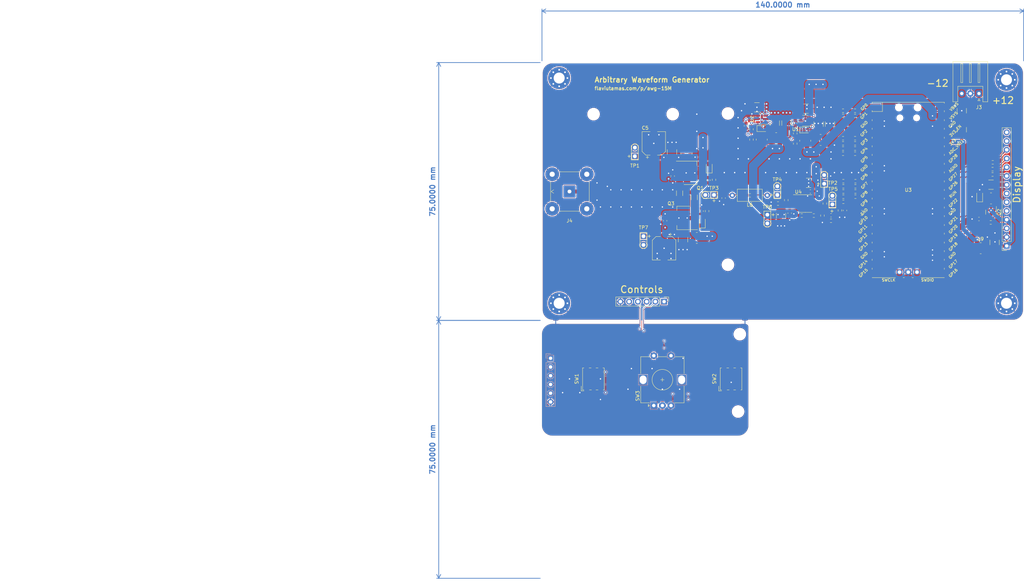
<source format=kicad_pcb>
(kicad_pcb (version 20211014) (generator pcbnew)
  (layers (0 "F.Cu" signal "Front") (1 "In1.Cu" signal) (2 "In2.Cu" signal) (31 "B.Cu" signal "Back") (34 "B.Paste" user) (35 "F.Paste" user) (36 "B.SilkS" user "B.Silkscreen") (37 "F.SilkS" user "F.Silkscreen") (38 "B.Mask" user) (39 "F.Mask" user) (44 "Edge.Cuts" user))
  (net 0 "")
  (net 1 "GND")
  (net 2 "+5V")
  (net 3 "+3V3")
  (net 4 "-5V")
  (net 5 "+12V")
  (net 6 "-12V")
  (net 7 "/power/+12V_UNFIL")
  (net 8 "Net-(R18-Pad2)")
  (net 9 "Net-(R10-Pad2)")
  (net 10 "Net-(R28-Pad2)")
  (net 11 "Net-(R14-Pad2)")
  (net 12 "Net-(R14-Pad1)")
  (net 13 "/LCD_3V3")
  (net 14 "/power/-12V_UNFIL")
  (net 15 "+5VD")
  (net 16 "/LCD_LED")
  (net 17 "/LCD_CS")
  (net 18 "/DAT{slash}CMD")
  (net 19 "/MOSI")
  (net 20 "/SCLK")
  (net 21 "/MISO")
  (net 22 "/TCH_CS")
  (net 23 "/TCH_IRQ")
  (net 24 "/LCD_PWM")
  (net 25 "/amp/IN")
  (net 26 "/amp/GH")
  (net 27 "/amp/GL")
  (net 28 "/amp/OUT")
  (net 29 "Net-(C9-Pad2)")
  (net 30 "Net-(C11-Pad2)")
  (net 31 "Net-(R24-Pad1)")
  (net 32 "/DC_PWM")
  (net 33 "Net-(Q1-Pad3)")
  (net 36 "/ENC_A")
  (net 37 "/ENC_B")
  (net 38 "/ENC_SW")
  (net 39 "/B_NE")
  (net 40 "/B_PR")
  (net 41 "Net-(C4-Pad2)")
  (net 42 "Net-(C4-Pad1)")
  (net 43 "Net-(C9-Pad1)")
  (net 44 "Net-(C19-Pad1)")
  (net 45 "Net-(C21-Pad2)")
  (net 46 "Net-(C23-Pad2)")
  (net 47 "Net-(D4-Pad1)")
  (net 48 "Net-(L6-Pad1)")
  (net 49 "Net-(Q2-Pad1)")
  (net 50 "Net-(R31-Pad2)")
  (net 51 "Net-(R2-Pad2)")
  (net 52 "Net-(R2-Pad1)")
  (net 53 "Net-(R4-Pad2)")
  (net 54 "Net-(R4-Pad1)")
  (net 55 "Net-(R5-Pad2)")
  (net 56 "Net-(R7-Pad1)")
  (net 57 "Net-(R10-Pad1)")
  (net 58 "Net-(R12-Pad2)")
  (net 59 "Net-(R12-Pad1)")
  (net 60 "Net-(R16-Pad2)")
  (net 61 "Net-(R16-Pad1)")
  (net 62 "Net-(R17-Pad2)")
  (net 63 "Net-(R19-Pad2)")
  (net 64 "Net-(R22-Pad2)")
  (net 65 "Net-(R22-Pad1)")
  (net 66 "Net-(R24-Pad2)")
  (net 67 "Net-(R29-Pad2)")
  (net 68 "Net-(R26-Pad1)")
  (net 69 "Net-(R30-Pad1)")
  (net 70 "Net-(R32-Pad1)")
  (net 71 "Net-(R35-Pad2)")
  (net 72 "Net-(R38-Pad1)")
  (net 73 "Net-(R38-Pad2)")
  (footprint "Connector_PinHeader_2.54mm:PinHeader_1x06_P2.54mm_Vertical" (layer "F.Cu") (at 175.5 119.52 -90)
    (fp_text reference "J6" hide)
    (fp_text value "Controls")
  )
  (footprint "Resistor_SMD:R_0603_1608Metric" (layer "F.Cu") (at 231 75 180)
    (fp_text reference "R14" hide)
    (fp_text value "2k")
  )
  (footprint "Resistor_SMD:R_0603_1608Metric" (layer "F.Cu") (at 231 73.5 180)
    (fp_text reference "R12" hide)
    (fp_text value "2k")
  )
  (footprint "Resistor_SMD:R_0603_1608Metric" (layer "F.Cu") (at 231 72 180)
    (fp_text reference "R10" hide)
    (fp_text value "2k")
  )
  (footprint "Resistor_SMD:R_0603_1608Metric" (layer "F.Cu") (at 227.5875 89 180)
    (fp_text reference "R29" hide)
    (fp_text value "1k")
  )
  (footprint "Resistor_SMD:R_0603_1608Metric" (layer "F.Cu") (at 227.5875 87.5 180)
    (fp_text reference "R25" hide)
    (fp_text value "1k")
  )
  (footprint "Resistor_SMD:R_0603_1608Metric" (layer "F.Cu") (at 227.5875 86 180)
    (fp_text reference "R23" hide)
    (fp_text value "1k")
  )
  (footprint "Resistor_SMD:R_0603_1608Metric" (layer "F.Cu") (at 227.5875 84.5 180)
    (fp_text reference "R21" hide)
    (fp_text value "1k")
  )
  (footprint "Resistor_SMD:R_0603_1608Metric" (layer "F.Cu") (at 227.5 76.5 180)
    (fp_text reference "R15" hide)
    (fp_text value "1k")
  )
  (footprint "Resistor_SMD:R_0603_1608Metric" (layer "F.Cu") (at 227.5 75 180)
    (fp_text reference "R13" hide)
    (fp_text value "1k")
  )
  (footprint "Resistor_SMD:R_0603_1608Metric" (layer "F.Cu") (at 227.5 73.5 180)
    (fp_text reference "R11" hide)
    (fp_text value "1k")
  )
  (footprint "Resistor_SMD:R_0603_1608Metric" (layer "F.Cu") (at 227.5 72 180)
    (fp_text reference "R9" hide)
    (fp_text value "1k")
  )
  (footprint "Resistor_SMD:R_0603_1608Metric" (layer "F.Cu") (at 227.5 65.5 180)
    (fp_text reference "R3" hide)
    (fp_text value "1k")
  )
  (footprint "Resistor_SMD:R_0603_1608Metric" (layer "F.Cu") (at 227.5 64 180)
    (fp_text reference "R1" hide)
    (fp_text value "2k")
  )
  (footprint "Resistor_SMD:R_0603_1608Metric" (layer "F.Cu") (at 231 64 180)
    (fp_text reference "R2" hide)
    (fp_text value "2k")
  )
  (footprint "Resistor_SMD:R_0603_1608Metric" (layer "F.Cu") (at 231 65.5 180)
    (fp_text reference "R4" hide)
    (fp_text value "2k")
  )
  (footprint "Resistor_SMD:R_0603_1608Metric" (layer "F.Cu") (at 231 76.5 180)
    (fp_text reference "R16" hide)
    (fp_text value "2k")
  )
  (footprint "Resistor_SMD:R_0603_1608Metric" (layer "F.Cu") (at 231.0875 84.5 180)
    (fp_text reference "R22" hide)
    (fp_text value "2k")
  )
  (footprint "Resistor_SMD:R_0603_1608Metric" (layer "F.Cu") (at 231.0875 86 180)
    (fp_text reference "R24" hide)
    (fp_text value "2k")
  )
  (footprint "Resistor_SMD:R_0603_1608Metric" (layer "F.Cu") (at 231.0875 87.5 180)
    (fp_text reference "R26" hide)
    (fp_text value "2k")
  )
  (footprint "Resistor_SMD:R_0603_1608Metric" (layer "F.Cu") (at 231.0875 89 180)
    (fp_text reference "R30" hide)
    (fp_text value "2k")
  )
  (footprint "MountingHole:MountingHole_3.2mm_M3_Pad_Via" (layer "F.Cu") (at 275 120)
    (fp_text reference "J8" hide)
    (fp_text value "Conn_01x01")
  )
  (footprint "MountingHole:MountingHole_3.2mm_M3_Pad_Via" (layer "F.Cu") (at 145 54.5)
    (fp_text reference "J1" hide)
    (fp_text value "Conn_01x01")
  )
  (footprint "MountingHole:MountingHole_3.2mm_M3_Pad_Via" (layer "F.Cu") (at 275 55)
    (fp_text reference "J2" hide)
    (fp_text value "Conn_01x01")
  )
  (footprint "MountingHole:MountingHole_3.2mm_M3_Pad_Via" (layer "F.Cu") (at 145 120)
    (fp_text reference "J7" hide)
    (fp_text value "Conn_01x01")
  )
  (footprint "Resistor_SMD:R_0603_1608Metric" (layer "F.Cu") (at 270.948 82.552 180)
    (fp_text reference "R19" hide)
    (fp_text value "27")
  )
  (footprint "Connector_JST:JST_XH_S3B-XH-A_1x03_P2.50mm_Horizontal" (layer "F.Cu") (at 267 59 180)
    (fp_text reference "J3")
    (fp_text value "Conn_01x03")
  )
  (footprint "Inductor_THT:L_Axial_L7.0mm_D3.3mm_P10.16mm_Horizontal_Fastron_MICC" (layer "F.Cu") (at 205.48 88.6 180)
    (fp_text reference "L6")
    (fp_text value "51n")
  )
  (footprint "Resistor_SMD:R_0603_1608Metric" (layer "F.Cu") (at 200.875 69.4 -90)
    (fp_text reference "R5" hide)
    (fp_text value "68k")
  )
  (footprint "Resistor_SMD:R_0603_1608Metric" (layer "F.Cu") (at 227.5875 90.5 180)
    (fp_text reference "R33" hide)
    (fp_text value "0")
  )
  (footprint "Package_TO_SOT_SMD:SOT-223-3_TabPin2" (layer "F.Cu") (at 183.125 82.0875)
    (fp_text reference "Q1")
    (fp_text value "FZT653")
  )
  (footprint "Capacitor_SMD:C_1210_3225Metric" (layer "F.Cu") (at 202.475 63 180)
    (fp_text reference "C6" hide)
    (fp_text value "22u")
  )
  (footprint "Capacitor_SMD:C_0603_1608Metric" (layer "F.Cu") (at 233 93.5 180)
    (fp_text reference "C21" hide)
    (fp_text value "100n")
  )
  (footprint "Package_SO:SOIC-8_3.9x4.9mm_P1.27mm" (layer "F.Cu") (at 216.5 91)
    (fp_text reference "U4")
    (fp_text value "LMH6658")
  )
  (footprint "Connector_PinSocket_2.54mm:PinSocket_1x14_P2.54mm_Vertical" (layer "F.Cu") (at 275.052 103.308 180)
    (fp_text reference "J5" hide)
    (fp_text value "Conn_01x14")
  )
  (footprint "Resistor_SMD:R_0603_1608Metric" (layer "F.Cu") (at 226.5875 93 -90)
    (fp_text reference "R36" hide)
    (fp_text value "DNP")
  )
  (footprint "Diode_SMD:D_SOD-323" (layer "F.Cu") (at 188.6 80.6 90)
    (fp_text reference "D3" hide)
    (fp_text value "1N4148WS")
  )
  (footprint "Inductor_SMD:L_Wuerth_MAPI-3020" (layer "F.Cu") (at 220.975 72.5)
    (fp_text reference "L5" hide)
    (fp_text value "68u")
  )
  (footprint "Package_TO_SOT_SMD:SOT-23-6" (layer "F.Cu") (at 203.875 66.4 180)
    (fp_text reference "U2")
    (fp_text value "BD9G101G")
  )
  (footprint "Capacitor_SMD:C_0603_1608Metric" (layer "F.Cu") (at 213.6 67.6 -90)
    (fp_text reference "C9" hide)
    (fp_text value "100n")
  )
  (footprint "Capacitor_SMD:C_1210_3225Metric" (layer "F.Cu") (at 223.7 67.9 -90)
    (fp_text reference "C8" hide)
    (fp_text value "22u")
  )
  (footprint "Resistor_SMD:R_0603_1608Metric" (layer "F.Cu") (at 200.4 88.6 180)
    (fp_text reference "R28" hide)
    (fp_text value "10")
  )
  (footprint "Resistor_SMD:R_0603_1608Metric" (layer "F.Cu") (at 190 84.0875 90)
    (fp_text reference "R20" hide)
    (fp_text value "1k")
  )
  (footprint "Inductor_SMD:L_Wuerth_MAPI-3020" (layer "F.Cu") (at 267.5 104)
    (fp_text reference "L9")
    (fp_text value "68u")
  )
  (footprint "Capacitor_SMD:C_1210_3225Metric" (layer "F.Cu") (at 177.8 76 -90)
    (fp_text reference "C10" hide)
    (fp_text value "22u")
  )
  (footprint "Inductor_SMD:L_Wuerth_MAPI-3020" (layer "F.Cu") (at 185 101 180)
    (fp_text reference "L8" hide)
    (fp_text value "68u")
  )
  (footprint "Capacitor_SMD:C_1210_3225Metric" (layer "F.Cu") (at 216.725 63.4 180)
    (fp_text reference "C2" hide)
    (fp_text value "22u")
  )
  (footprint "MountingHole:MountingHole_3.2mm_M3" (layer "F.Cu") (at 194.05 64.8)
    (fp_text reference "H1" hide)
    (fp_text value "MountingHole")
  )
  (footprint "Resistor_SMD:R_0603_1608Metric" (layer "F.Cu") (at 188 93.2 90)
    (fp_text reference "R37" hide)
    (fp_text value "1k")
  )
  (footprint "Module:Square_PB" (layer "F.Cu") (at 155 142 90)
    (fp_text reference "SW1")
    (fp_text value "Prev")
  )
  (footprint "Module:Square_PB" (layer "F.Cu") (at 195 142 90)
    (fp_text reference "SW2")
    (fp_text value "Next")
  )
  (footprint "Capacitor_SMD:C_1210_3225Metric" (layer "F.Cu") (at 271.552 102.308 -90)
    (fp_text reference "C28" hide)
    (fp_text value "22u")
  )
  (footprint "Module:TestPoint_2Pads_Pitch2.54mm_Drill1mm" (layer "F.Cu") (at 224.4 91.25 90)
    (fp_text reference "TP5")
    (fp_text value "TestPoint_2Pole")
  )
  (footprint "Module:TestPoint_2Pads_Pitch2.54mm_Drill1mm" (layer "F.Cu") (at 205.5 94.25 -90)
    (fp_text reference "TP6")
    (fp_text value "TestPoint_2Pole")
  )
  (footprint "Module:TestPoint_2Pads_Pitch2.54mm_Drill1mm" (layer "F.Cu") (at 169.5 100.5 -90)
    (fp_text reference "TP7")
    (fp_text value "TestPoint_2Pole")
  )
  (footprint "Resistor_SMD:R_0603_1608Metric" (layer "F.Cu") (at 208.6 91 180)
    (fp_text reference "R34" hide)
    (fp_text value "1k")
  )
  (footprint "Inductor_SMD:L_Wuerth_MAPI-3020" (layer "F.Cu") (at 203.875 72.4 -90)
    (fp_text reference "L1" hide)
    (fp_text value "68u")
  )
  (footprint "Capacitor_SMD:C_1210_3225Metric" (layer "F.Cu") (at 262 64 -90)
    (fp_text reference "C1" hide)
    (fp_text value "22u")
  )
  (footprint "Resistor_SMD:R_1206_3216Metric" (layer "F.Cu") (at 184.25 89.2 -90)
    (fp_text reference "R31" hide)
    (fp_text value "1")
  )
  (footprint "Capacitor_SMD:C_1210_3225Metric" (layer "F.Cu") (at 181 101.5 90)
    (fp_text reference "C27" hide)
    (fp_text value "22u")
  )
  (footprint "Resistor_SMD:R_0603_1608Metric" (layer "F.Cu") (at 219 94.5 180)
    (fp_text reference "R39" hide)
    (fp_text value "1k")
  )
  (footprint "Capacitor_SMD:C_1210_3225Metric" (layer "F.Cu") (at 207.675 67.6 -90)
    (fp_text reference "C11" hide)
    (fp_text value "22u")
  )
  (footprint "Resistor_SMD:R_0603_1608Metric" (layer "F.Cu") (at 271 79 180)
    (fp_text reference "R17" hide)
    (fp_text value "27")
  )
  (footprint "Module:TestPoint_2Pads_Pitch2.54mm_Drill1mm" (layer "F.Cu") (at 222 85.25 90)
    (fp_text reference "TP2")
    (fp_text value "TestPoint_2Pole")
  )
  (footprint "Inductor_SMD:L_Wuerth_MAPI-3020" (layer "F.Cu") (at 270.5 89.5)
    (fp_text reference "L7" hide)
    (fp_text value "68u")
  )
  (footprint "MountingHole:MountingHole_3.2mm_M3" (layer "F.Cu") (at 197.5 129 -90)
    (fp_text reference "H5" hide)
    (fp_text value "MountingHole")
  )
  (footprint "Capacitor_SMD:C_0603_1608Metric" (layer "F.Cu") (at 175.8 96 -90)
    (fp_text reference "C26" hide)
    (fp_text value "100n")
  )
  (footprint "Resistor_SMD:R_0603_1608Metric" (layer "F.Cu") (at 200.875 72.4 -90)
    (fp_text reference "R8" hide)
    (fp_text value "12k")
  )
  (footprint "MountingHole:MountingHole_3.2mm_M3" (layer "F.Cu") (at 178 65)
    (fp_text reference "H3" hide)
    (fp_text value "MountingHole")
  )
  (footprint "Resistor_SMD:R_0603_1608Metric" (layer "F.Cu") (at 213.6 70.6 -90)
    (fp_text reference "R6" hide)
    (fp_text value "12k")
  )
  (footprint "Package_TO_SOT_SMD:SOT-23-6" (layer "F.Cu") (at 216.5 66.9 180)
    (fp_text reference "U1")
    (fp_text value "BD9G101G")
  )
  (footprint "Package_TO_SOT_SMD:SOT-23" (layer "F.Cu") (at 270.5 93.5 -90)
    (fp_text reference "Q2")
    (fp_text value "S9015")
  )
  (footprint "Diode_SMD:D_SOD-323" (layer "F.Cu") (at 186.6 96.6 90)
    (fp_text reference "D5" hide)
    (fp_text value "1N4148WS")
  )
  (footprint "Package_TO_SOT_SMD:SOT-223-3_TabPin2" (layer "F.Cu") (at 181.125 95.2 180)
    (fp_text reference "Q3")
    (fp_text value "FZT753")
  )
  (footprint "Capacitor_SMD:C_1210_3225Metric" (layer "F.Cu") (at 262 69.525 -90)
    (fp_text reference "C3" hide)
    (fp_text value "22u")
  )
  (footprint "Resistor_SMD:R_0603_1608Metric" (layer "F.Cu") (at 215.5 94.5)
    (fp_text reference "R38" hide)
    (fp_text value "1k")
  )
  (footprint "Capacitor_SMD:C_0603_1608Metric" (layer "F.Cu") (at 267 95.5)
    (fp_text reference "C25" hide)
    (fp_text value "100n")
  )
  (footprint "Resistor_SMD:R_0603_1608Metric" (layer "F.Cu") (at 270.425 96.5)
    (fp_text reference "R43" hide)
    (fp_text value "2k")
  )
  (footprint "Rotary_Encoder:RotaryEncoder_Alps_EC12E-Switch_Vertical_H20mm" (layer "F.Cu") (at 172.5 149.75 90)
    (fp_text reference "SW3")
    (fp_text value "Encoder")
  )
  (footprint "Resistor_SMD:R_1206_3216Metric" (layer "F.Cu") (at 180 88 -90)
    (fp_text reference "R27" hide)
    (fp_text value "1")
  )
  (footprint "Inductor_SMD:L_Wuerth_MAPI-3020" (layer "F.Cu") (at 208.075 72)
    (fp_text reference "L3" hide)
    (fp_text value "68u")
  )
  (footprint "Inductor_SMD:L_Wuerth_MAPI-3020" (layer "F.Cu") (at 216.5 72.725 -90)
    (fp_text reference "L4" hide)
    (fp_text value "68u")
  )
  (footprint "Capacitor_SMD:C_0603_1608Metric" (layer "F.Cu") (at 218 87.5)
    (fp_text reference "C17" hide)
    (fp_text value "100n")
  )
  (footprint "Connector_Coaxial:BNC_TEConnectivity_1478035_Horizontal" (layer "F.Cu") (at 148 87.5 90)
    (fp_text reference "J4")
    (fp_text value "BNC")
  )
  (footprint "Diode_SMD:D_SOD-323" (layer "F.Cu") (at 216.4 69.6)
    (fp_text reference "D2" hide)
    (fp_text value "1N5819WS")
  )
  (footprint "Capacitor_SMD:C_1210_3225Metric" (layer "F.Cu") (at 217.5 85)
    (fp_text reference "C15" hide)
    (fp_text value "22u")
  )
  (footprint "MountingHole:MountingHole_3.2mm_M3" (layer "F.Cu") (at 197 151.5 -90)
    (fp_text reference "H6" hide)
    (fp_text value "MountingHole")
  )
  (footprint "Capacitor_SMD:C_0603_1608Metric" (layer "F.Cu") (at 186.4 93.2 90)
    (fp_text reference "C20" hide)
    (fp_text value "100n")
  )
  (footprint "Resistor_SMD:R_0603_1608Metric" (layer "F.Cu") (at 232.9125 95)
    (fp_text reference "R41" hide)
    (fp_text value "68k")
  )
  (footprint "Module:TestPoint_2Pads_Pitch2.54mm_Drill1mm" (layer "F.Cu") (at 190 88.5 180)
    (fp_text reference "TP3")
    (fp_text value "TestPoint_2Pole")
  )
  (footprint "Module:TestPoint_2Pads_Pitch2.54mm_Drill1mm" (layer "F.Cu") (at 208.4 88.5 90)
    (fp_text reference "TP4")
    (fp_text value "TestPoint_2Pole")
  )
  (footprint "Capacitor_SMD:CP_Elec_6.3x5.4_Nichicon" (layer "F.Cu") (at 172.5 73.5 90)
    (fp_text reference "C5")
    (fp_text value "100u")
  )
  (footprint "MCU_RaspberryPi_and_Boards:RPi_Pico_SMD" (layer "F.Cu") (at 246.448 87.052)
    (fp_text reference "U3")
    (fp_text value "Pico")
  )
  (footprint "Module:TestPoint_2Pads_Pitch2.54mm_Drill1mm" (layer "F.Cu") (at 167 77.25 90)
    (fp_text reference "TP1")
    (fp_text value "TestPoint_2Pole")
  )
  (footprint "Capacitor_SMD:C_0603_1608Metric" (layer "F.Cu") (at 212 93.8 -90)
    (fp_text reference "C22" hide)
    (fp_text value "100n")
  )
  (footprint "Capacitor_SMD:C_0603_1608Metric" (layer "F.Cu") (at 224 94.4 180)
    (fp_text reference "C23" hide)
    (fp_text value "100n")
  )
  (footprint "Capacitor_SMD:C_0603_1608Metric" (layer "F.Cu") (at 178 83 90)
    (fp_text reference "C13" hide)
    (fp_text value "100n")
  )
  (footprint "MountingHole:MountingHole_3.2mm_M3" (layer "F.Cu") (at 155 65)
    (fp_text reference "H2" hide)
    (fp_text value "MountingHole")
  )
  (footprint "Diode_SMD:D_SOD-323" (layer "F.Cu") (at 267.2 89 90)
    (fp_text reference "D4" hide)
    (fp_text value "1N5819WS")
  )
  (footprint "Resistor_SMD:R_0603_1608Metric" (layer "F.Cu") (at 213.6 73.575 -90)
    (fp_text reference "R7" hide)
    (fp_text value "68k")
  )
  (footprint "Capacitor_SMD:C_1210_3225Metric" (layer "F.Cu") (at 270.5 85.5)
    (fp_text reference "C16" hide)
    (fp_text value "22u")
  )
  (footprint "Inductor_SMD:L_Wuerth_MAPI-3020" (layer "F.Cu") (at 182 76.5 -90)
    (fp_text reference "L2" hide)
    (fp_text value "68u")
  )
  (footprint "Capacitor_SMD:C_0603_1608Metric" (layer "F.Cu") (at 199.275 68.4 90)
    (fp_text reference "C4" hide)
    (fp_text value "100n")
  )
  (footprint "MountingHole:MountingHole_3.2mm_M3" (layer "F.Cu") (at 194.05 108.8)
    (fp_text reference "H4" hide)
    (fp_text value "MountingHole")
  )
  (footprint "Resistor_SMD:R_0603_1608Metric" (layer "F.Cu") (at 270.948 81 180)
    (fp_text reference "R18" hide)
    (fp_text value "27")
  )
  (footprint "Capacitor_SMD:C_1210_3225Metric" (layer "F.Cu") (at 220.4 67.9 -90)
    (fp_text reference "C7" hide)
    (fp_text value "22u")
  )
  (footprint "Capacitor_SMD:C_1210_3225Metric" (layer "F.Cu") (at 211.075 67.6 -90)
    (fp_text reference "C12" hide)
    (fp_text value "22u")
  )
  (footprint "Resistor_SMD:R_0603_1608Metric" (layer "F.Cu") (at 211 90 90)
    (fp_text reference "R32" hide)
    (fp_text value "1k")
  )
  (footprint "Diode_SMD:D_SOD-323" (layer "F.Cu") (at 203.9875 69.2)
    (fp_text reference "D1" hide)
    (fp_text value "1N5819WS")
  )
  (footprint "Resistor_SMD:R_0603_1608Metric" (layer "F.Cu") (at 221.5 94.5 90)
    (fp_text reference "R40" hide)
    (fp_text value "1k")
  )
  (footprint "Capacitor_SMD:CP_Elec_6.3x5.4_Nichicon" (layer "F.Cu") (at 175.5 104 -90)
    (fp_text reference "C29" hide)
    (fp_text value "100u")
  )
  (footprint "Resistor_SMD:R_0603_1608Metric" (layer "F.Cu") (at 224 96)
    (fp_text reference "R42" hide)
    (fp_text value "68k")
  )
  (footprint "Capacitor_SMD:C_0603_1608Metric" (layer "F.Cu") (at 228.0875 93 -90)
    (fp_text reference "C19" hide)
    (fp_text value "DNP")
  )
  (footprint "Capacitor_SMD:C_1210_3225Metric" (layer "F.Cu") (at 209.5 94.5 -90)
    (fp_text reference "C24" hide)
    (fp_text value "22u")
  )
  (footprint "Capacitor_SMD:C_0603_1608Metric" (layer "F.Cu") (at 192.8 89.4 90)
    (fp_text reference "C18" hide)
    (fp_text value "DNP")
  )
  (footprint "Resistor_SMD:R_0603_1608Metric" (layer "F.Cu") (at 222.2 91 90)
    (fp_text reference "R35" hide)
    (fp_text value "1k")
  )
  (footprint "Capacitor_SMD:C_0603_1608Metric" (layer "F.Cu") (at 188.4 84.2 90)
    (fp_text reference "C14" hide)
    (fp_text value "100n")
  )
  (footprint "Connector_PinSocket_2.54mm:PinSocket_1x06_P2.54mm_Vertical" (layer "B.Cu") (at 142.5 136 180)
    (fp_text reference "J9" hide)
    (fp_text value "Controls")
  )
  (gr_line (start 140 122) (end 140 53) (layer "Edge.Cuts") (width 0.05))
  (gr_line (start 145 126) (end 145 125) (layer "Edge.Cuts") (width 0.0381))
  (gr_line (start 168 125) (end 168 126) (layer "Edge.Cuts") (width 0.0381))
  (gr_arc (start 143 125) (mid 140.87868 124.12132) (end 140 122) (layer "Edge.Cuts") (width 0.0381))
  (gr_arc (start 143 158.5) (mid 140.87868 157.62132) (end 140 155.5) (layer "Edge.Cuts") (width 0.0381))
  (gr_arc (start 140 129) (mid 140.87868 126.87868) (end 143 126) (layer "Edge.Cuts") (width 0.0381))
  (gr_line (start 143 158.5) (end 197 158.5) (layer "Edge.Cuts") (width 0.0381))
  (gr_line (start 143 125) (end 143 126) (layer "Edge.Cuts") (width 0.0381))
  (gr_arc (start 140 53) (mid 140.87868 50.87868) (end 143 50) (layer "Edge.Cuts") (width 0.0381))
  (gr_line (start 168 126) (end 145 126) (layer "Edge.Cuts") (width 0.0381))
  (gr_line (start 143 50) (end 277 50) (layer "Edge.Cuts") (width 0.05))
  (gr_arc (start 277 50) (mid 279.12132 50.87868) (end 280 53) (layer "Edge.Cuts") (width 0.0381))
  (gr_line (start 280 53) (end 280 122) (layer "Edge.Cuts") (width 0.05))
  (gr_arc (start 200 155.5) (mid 199.12132 157.62132) (end 197 158.5) (layer "Edge.Cuts") (width 0.0381))
  (gr_rect (start 170 125) (end 198 126) (layer "Edge.Cuts") (width 0.0381) (fill none))
  (gr_line (start 145 125) (end 168 125) (layer "Edge.Cuts") (width 0.0381))
  (gr_line (start 140 129) (end 140 155.5) (layer "Edge.Cuts") (width 0.0381))
  (gr_line (start 277 125) (end 200 125) (layer "Edge.Cuts") (width 0.05))
  (gr_line (start 200 155.5) (end 200 125) (layer "Edge.Cuts") (width 0.0381))
  (gr_arc (start 280 122) (mid 279.12132 124.12132) (end 277 125) (layer "Edge.Cuts") (width 0.0381))
  (gr_text "+12" (at 274 61) (layer "F.SilkS") (effects (font (size 2 2) (thickness 0.3))))
  (gr_text "Display" (at 278 85.498 90) (layer "F.SilkS") (effects (font (size 2 2) (thickness 0.3))))
  (gr_text "flaviutamas.com/p/awg-15M" (at 166.5 57.5) (layer "F.SilkS") (effects (font (size 1 1) (thickness 0.2))))
  (gr_text "Controls" (at 169 116) (layer "F.SilkS") (effects (font (size 2 2) (thickness 0.3))))
  (gr_text "Arbitrary Waveform Generator" (at 172 55) (layer "F.SilkS") (effects (font (size 1.5 1.5) (thickness 0.3))))
  (gr_text "-12" (at 255 56) (layer "F.SilkS") (effects (font (size 2 2) (thickness 0.3))))
  (dimension (type aligned) (layer "B.Cu") (pts (xy 140 50) (xy 140 125)) (height 30) (gr_text "75.0000 mm" (at 108.2 87.5 90) (layer "B.Cu") (effects (font (size 1.5 1.5) (thickness 0.3)))) (format (units 3) (units_format 1) (precision 4)) (style (thickness 0.2) (arrow_length 1.27) (text_position_mode 0) (extension_height 0.58642) (extension_offset 0.5) keep_text_aligned))
  (dimension (type aligned) (layer "B.Cu") (pts (xy 140 125) (xy 140 200)) (height 30) (gr_text "75.0000 mm" (at 108.2 162.5 90) (layer "B.Cu") (effects (font (size 1.5 1.5) (thickness 0.3)))) (format (units 3) (units_format 1) (precision 4)) (style (thickness 0.2) (arrow_length 1.27) (text_position_mode 0) (extension_height 0.58642) (extension_offset 0.5) keep_text_aligned))
  (dimension (type aligned) (layer "B.Cu") (pts (xy 140 50) (xy 280 50)) (height -15) (gr_text "140.0000 mm" (at 210 33.2) (layer "B.Cu") (effects (font (size 1.5 1.5) (thickness 0.3)))) (format (units 3) (units_format 1) (precision 4)) (style (thickness 0.2) (arrow_length 1.27) (text_position_mode 0) (extension_height 0.58642) (extension_offset 0.5) keep_text_aligned))
  (segment (start 209.5 97.5) (end 209.5 96) (width 0.254) (layer "F.Cu") (net 1))
  (segment (start 271.552 99.648) (end 271.648 99.552) (width 0.254) (layer "F.Cu") (net 1))
  (segment (start 202.7375 64.4625) (end 202.475 64.2) (width 0.254) (layer "F.Cu") (net 1))
  (segment (start 218.2 63.4) (end 216.6 65) (width 0.508) (layer "F.Cu") (net 1))
  (segment (start 226.5875 94.9125) (end 226.5 95) (width 0.254) (layer "F.Cu") (net 1))
  (segment (start 217.225 86.275) (end 217.5 86) (width 0.508) (layer "F.Cu") (net 1))
  (segment (start 212 95.8) (end 212 94.5) (width 0.254) (layer "F.Cu") (net 1))
  (segment (start 209.5 95.975) (end 210.525 95.975) (width 0.254) (layer "F.Cu") (net 1))
  (segment (start 209.5 95.975) (end 209.675 95.8) (width 0.254) (layer "F.Cu") (net 1))
  (segment (start 221.5 95.325) (end 221.5 96.5) (width 0.25) (layer "F.Cu") (net 1))
  (segment (start 188.4 84.975) (end 188.4 86) (width 0.508) (layer "F.Cu") (net 1))
  (segment (start 217.225 87.5) (end 217.225 86.275) (width 0.508) (layer "F.Cu") (net 1))
  (segment (start 208.5 97.5) (end 208.5 96) (width 0.254) (layer "F.Cu") (net 1))
  (segment (start 192.8 90.175) (end 192.8 91.3) (width 0.254) (layer "F.Cu") (net 1))
  (segment (start 226.5 95) (end 228 95) (width 0.254) (layer "F.Cu") (net 1))
  (segment (start 210.525 95.975) (end 212 94.5) (width 0.254) (layer "F.Cu") (net 1))
  (segment (start 217.225 88.775) (end 217.2 88.8) (width 0.508) (layer "F.Cu") (net 1))
  (segment (start 216.594 65.006) (end 216.594 67.006) (width 0.508) (layer "F.Cu") (net 1))
  (segment (start 202.7375 65.45) (end 201.325 65.45) (width 0.508) (layer "F.Cu") (net 1))
  (segment (start 178 83.775) (end 178 85) (width 0.508) (layer "F.Cu") (net 1))
  (segment (start 202.475 63) (end 202.475 64.2) (width 0.508) (layer "F.Cu") (net 1))
  (segment (start 201 63) (end 201 64.925) (width 0.508) (layer "F.Cu") (net 1))
  (segment (start 262 62.525) (end 262 64) (width 0.762) (layer "F.Cu") (net 1))
  (segment (start 175.8 96.775) (end 174.725 96.775) (width 0.508) (layer "F.Cu") (net 1))
  (segment (start 191.725 90.175) (end 191.6 90.3) (width 0.254) (layer "F.Cu") (net 1))
  (segment (start 216.6 65) (end 216.594 65.006) (width 0.508) (layer "F.Cu") (net 1))
  (segment (start 271.552 102.056) (end 271.648 102.152) (width 0.254) (layer "F.Cu") (net 1))
  (segment (start 224.775 94.4) (end 225.9 94.4) (width 0.254) (layer "F.Cu") (net 1))
  (segment (start 228.0875 93.775) (end 228.0875 94.9125) (width 0.254) (layer "F.Cu") (net 1))
  (segment (start 266.225 95.5) (end 265 95.5) (width 0.762) (layer "F.Cu") (net 1))
  (segment (start 269.529 100.833) (end 269.448 100.752) (width 0.254) (layer "F.Cu") (net 1))
  (segment (start 201 63) (end 202.475 63) (width 0.508) (layer "F.Cu") (net 1))
  (segment (start 226.5875 93.9125) (end 226.5875 94.9125) (width 0.254) (layer "F.Cu") (net 1))
  (segment (start 216.594 67.006) (end 216.594 68.794) (width 0.508) (layer "F.Cu") (net 1))
  (segment (start 192.8 90.175) (end 191.725 90.175) (width 0.254) (layer "F.Cu") (net 1))
  (segment (start 157 145.25) (end 157 148) (width 0.25) (layer "F.Cu") (net 1))
  (segment (start 207.6125 91) (end 206.6125 90.6) (width 0.254) (layer "F.Cu") (net 1))
  (segment (start 262 62.525) (end 260.025 62.525) (width 0.762) (layer "F.Cu") (net 1))
  (segment (start 271.552 100.833) (end 271.552 99.648) (width 0.254) (layer "F.Cu") (net 1))
  (segment (start 201 64.925) (end 201 65.125) (width 0.508) (layer "F.Cu") (net 1))
  (segment (start 201 66.125) (end 201 65.125) (width 0.508) (layer "F.Cu") (net 1))
  (segment (start 210.5 97.5) (end 210.5 96) (width 0.254) (layer "F.Cu") (net 1))
  (segment (start 195 145.25) (end 195 143) (width 0.25) (layer "F.Cu") (net 1))
  (segment (start 233.775 93.5) (end 235.5 93.5) (width 0.254) (layer "F.Cu") (net 1))
  (segment (start 228.0875 94.9125) (end 228 95) (width 0.254) (layer "F.Cu") (net 1))
  (segment (start 175.8 96.775) (end 175.8 98) (width 0.508) (layer "F.Cu") (net 1))
  (segment (start 271.552 100.833) (end 271.552 102.056) (width 0.254) (layer "F.Cu") (net 1))
  (segment (start 271.552 100.833) (end 269.529 100.833) (width 0.254) (layer "F.Cu") (net 1))
  (segment (start 209.675 95.8) (end 212 95.8) (width 0.254) (layer "F.Cu") (net 1))
  (segment (start 202.7375 66.4) (end 201.275 66.4) (width 0.508) (layer "F.Cu") (net 1))
  (segment (start 216.7 68.9) (end 217.4 69.6) (width 0.508) (layer "F.Cu") (net 1))
  (segment (start 201 65.125) (end 201.325 65.45) (width 0.508) (layer "F.Cu") (net 1))
  (segment (start 260.025 62.525) (end 260 62.5) (width 0.762) (layer "F.Cu") (net 1))
  (segment (start 202.7375 65.45) (end 202.7375 64.4625) (width 0.254) (layer "F.Cu") (net 1))
  (segment (start 225.9 94.4) (end 226.5 95) (width 0.254) (layer "F.Cu") (net 1))
  (segment (start 201.275 66.4) (end 201 66.125) (width 0.508) (layer "F.Cu") (net 1))
  (segment (start 178 83.775) (end 176.725 83.775) (width 0.508) (layer "F.Cu") (net 1))
  (segment (start 216.594 68.794) (end 216.7 68.9) (width 0.508) (layer "F.Cu") (net 1))
  (segment (start 186.4 92.425) (end 186.4 91.4) (width 0.508) (layer "F.Cu") (net 1))
  (segment (start 207.6875 91) (end 206.6125 91.6) (width 0.254) (layer "F.Cu") (net 1))
  (segment (start 174.725 96.775) (end 174.5 97) (width 0.508) (layer "F.Cu") (net 1))
  (segment (start 217.225 87.5) (end 217.225 88.775) (width 0.508) (layer "F.Cu") (net 1))
  (segment (start 271.552 100.833) (end 274.952 100.833) (width 0.762) (layer "F.Cu") (net 1))
  (via (at 178 87) (size 0.889) (drill 0.381) (layers "F.Cu" "B.Cu") (net 1))
  (via (at 223.7 67.7) (size 0.8) (drill 0.4) (layers "F.Cu" "B.Cu") (net 1))
  (via (at 271.648 102.152) (size 0.889) (drill 0.381) (layers "F.Cu" "B.Cu") (net 1))
  (via (at 268 85.5) (size 0.8) (drill 0.4) (layers "F.Cu" "B.Cu") (net 1))
  (via (at 173.5 105.5) (size 0.8) (drill 0.4) (layers "F.Cu" "B.Cu") (net 1))
  (via (at 259 92.5) (size 0.889) (drill 0.381) (layers "F.Cu" "B.Cu") (net 1))
  (via (at 271.648 99.552) (size 0.889) (drill 0.381) (layers "F.Cu" "B.Cu") (net 1))
  (via (at 172 139) (size 0.8) (drill 0.4) (layers "F.Cu" "B.Cu") (net 1))
  (via (at 201 64.925) (size 0.8) (drill 0.4) (layers "F.Cu" "B.Cu") (net 1))
  (via (at 163 92) (size 0.889) (drill 0.381) (layers "F.Cu" "B.Cu") (net 1))
  (via (at 197 78) (size 0.8) (drill 0.4) (layers "F.Cu" "B.Cu") (net 1))
  (via (at 225 74) (size 0.8) (drill 0.4) (layers "F.Cu" "B.Cu") (net 1))
  (via (at 197 75) (size 0.8) (drill 0.4) (layers "F.Cu" "B.Cu") (net 1))
  (via (at 218 78) (size 0.8) (drill 0.4) (layers "F.Cu" "B.Cu") (net 1))
  (via (at 232 82) (size 0.8) (drill 0.4) (layers "F.Cu" "B.Cu") (net 1))
  (via (at 208 82) (size 0.8) (drill 0.4) (layers "F.Cu" "B.Cu") (net 1))
  (via (at 253.5 106) (size 0.889) (drill 0.381) (layers "F.Cu" "B.Cu") (net 1))
  (via (at 228 95) (size 0.8) (drill 0.4) (layers "F.Cu" "B.Cu") (net 1))
  (via (at 197 69) (size 0.8) (drill 0.4) (layers "F.Cu" "B.Cu") (net 1))
  (via (at 230 82) (size 0.8) (drill 0.4) (layers "F.Cu" "B.Cu") (net 1))
  (via (at 211 82) (size 0.8) (drill 0.4) (layers "F.Cu" "B.Cu") (net 1))
  (via (at 181 136) (size 0.8) (drill 0.4) (layers "F.Cu" "B.Cu") (net 1))
  (via (at 172 87) (size 0.889) (drill 0.381) (layers "F.Cu" "B.Cu") (net 1))
  (via (at 221.5 96.5) (size 0.889) (drill 0.381) (layers "F.Cu" "B.Cu") (net 1))
  (via (at 253.5 68.5) (size 0.889) (drill 0.381) (layers "F.Cu" "B.Cu") (net 1))
  (via (at 177.5 107) (size 0.8) (drill 0.4) (layers "F.Cu" "B.Cu") (net 1))
  (via (at 260 62.5) (size 0.8) (drill 0.4) (layers "F.Cu" "B.Cu") (net 1))
  (via (at 196 82) (size 0.8) (drill 0.4) (layers "F.Cu" "B.Cu") (net 1))
  (via (at 169 87) (size 0.889) (drill 0.381) (layers "F.Cu" "B.Cu") (net 1))
  (via (at 259 94) (size 0.889) (drill 0.381) (layers "F.Cu" "B.Cu") (net 1))
  (via (at 186.4 91.4) (size 0.8) (drill 0.4) (layers "F.Cu" "B.Cu") (net 1))
  (via (at 157 142) (size 0.8) (drill 0.4) (layers "F.Cu" "B.Cu") (net 1))
  (via (at 239.5 80) (size 0.889) (drill 0.381) (layers "F.Cu" "B.Cu") (net 1))
  (via (at 160 92) (size 0.889) (drill 0.381) (layers "F.Cu" "B.Cu") (net 1))
  (via (at 224 76) (size 0.8) (drill 0.4) (layers "F.Cu" "B.Cu") (net 1))
  (via (at 169 92) (size 0.889) (drill 0.381) (layers "F.Cu" "B.Cu") (net 1))
  (via (at 180 145) (size 0.8) (drill 0.4) (layers "F.Cu" "B.Cu") (net 1))
  (via (at 217.5 84) (size 0.889) (drill 0.381) (layers "F.Cu" "B.Cu") (net 1))
  (via (at 225 82) (size 0.8) (drill 0.4) (layers "F.Cu" "B.Cu") (net 1))
  (via (at 216.6 65) (size 0.8) (drill 0.4) (layers "F.Cu" "B.Cu") (net 1))
  (via (at 181 104.4) (size 0.889) (drill 0.381) (layers "F.Cu" "B.Cu") (net 1))
  (via (at 216.7 68.9) (size 0.8) (drill 0.4) (layers "F.Cu" "B.Cu") (net 1))
  (via (at 219.3 67.7) (size 0.8) (drill 0.4) (layers "F.Cu" "B.Cu") (net 1))
  (via (at 210.5 97.5) (size 0.889) (drill 0.381) (layers "F.Cu" "B.Cu") (net 1))
  (via (at 175 92) (size 0.889) (drill 0.381) (layers "F.Cu" "B.Cu") (net 1))
  (via (at 157 148) (size 0.889) (drill 0.381) (layers "F.Cu" "B.Cu") (net 1))
  (via (at 239.5 106.5) (size 0.889) (drill 0.381) (layers "F.Cu" "B.Cu") (net 1))
  (via (at 172.5 73.5) (size 0.8) (drill 0.4) (layers "F.Cu" "B.Cu") (net 1))
  (via (at 157 92) (size 0.889) (drill 0.381) (layers "F.Cu" "B.Cu") (net 1))
  (via (at 159 86) (size 0.889) (drill 0.381) (layers "F.Cu" "B.Cu") (net 1))
  (via (at 208.5 97.5) (size 0.889) (drill 0.381) (layers "F.Cu" "B.Cu") (net 1))
  (via (at 178 85) (size 0.8) (drill 0.4) (layers "F.Cu" "B.Cu") (net 1))
  (via (at 163 87) (size 0.889) (drill 0.381) (layers "F.Cu" "B.Cu") (net 1))
  (via (at 151 146) (size 0.8) (drill 0.4) (layers "F.Cu" "B.Cu") (net 1))
  (via (at 205 82) (size 0.8) (drill 0.4) (layers "F.Cu" "B.Cu") (net 1))
  (via (at 222.7 67.7) (size 0.8) (drill 0.4) (layers "F.Cu" "B.Cu") (net 1))
  (via (at 175.8 98) (size 0.8) (drill 0.4) (layers "F.Cu" "B.Cu") (net 1))
  (via (at 214 82) (size 0.8) (drill 0.4) (layers "F.Cu" "B.Cu") (net 1))
  (via (at 224 63) (size 0.8) (drill 0.4) (layers "F.Cu" "B.Cu") (net 1))
  (via (at 209 78) (size 0.8) (drill 0.4) (layers "F.Cu" "B.Cu") (net 1))
  (via (at 197 66) (size 0.8) (drill 0.4) (layers "F.Cu" "B.Cu") (net 1))
  (via (at 195 143) (size 0.889) (drill 0.381) (layers "F.Cu" "B.Cu") (net 1))
  (via (at 227 82) (size 0.8) (drill 0.4) (layers "F.Cu" "B.Cu") (net 1))
  (via (at 201 66.125) (size 0.8) (drill 0.4) (layers "F.Cu" "B.Cu") (net 1))
  (via (at 174.5 97) (size 0.8) (drill 0.4) (layers "F.Cu" "B.Cu") (net 1))
  (via (at 269.448 100.752) (size 0.889) (drill 0.381) (layers "F.Cu" "B.Cu") (net 1))
  (via (at 239.5 92.5) (size 0.889) (drill 0.381) (layers "F.Cu" "B.Cu") (net 1))
  (via (at 179 73.2) (size 0.889) (drill 0.381) (layers "F.Cu" "B.Cu") (net 1))
  (via (at 206.6125 91.6) (size 0.889) (drill 0.381) (layers "F.Cu" "B.Cu") (net 1))
  (via (at 193 82) (size 0.8) (drill 0.4) (layers "F.Cu" "B.Cu") (net 1))
  (via (at 215 78) (size 0.8) (drill 0.4) (layers "F.Cu" "B.Cu") (net 1))
  (via (at 221.5 67.7) (size 0.8) (drill 0.4) (layers "F.Cu" "B.Cu") (net 1))
  (via (at 265 89) (size 0.8) (drill 0.4) (layers "F.Cu" "B.Cu") (net 1))
  (via (at 206.6125 90.6) (size 0.889) (drill 0.381) (layers "F.Cu" "B.Cu") (net 1))
  (via (at 177.5 105.5) (size 0.8) (drill 0.4) (layers "F.Cu" "B.Cu") (net 1))
  (via (at 217 82) (size 0.8) (drill 0.4) (layers "F.Cu" "B.Cu") (net 1))
  (via (at 212 78) (size 0.8) (drill 0.4) (layers "F.Cu" "B.Cu") (net 1))
  (via (at 176.6 73.2) (size 0.889) (drill 0.381) (layers "F.Cu" "B.Cu") (net 1))
  (via (at 222 63) (size 0.8) (drill 0.4) (layers "F.Cu" "B.Cu") (net 1))
  (via (at 175.5 104) (size 0.8) (drill 0.4) (layers "F.Cu" "B.Cu") (net 1))
  (via (at 253.5 92.5) (size 0.889) (drill 0.381) (layers "F.Cu" "B.Cu") (net 1))
  (via (at 267.2 87) (size 0.8) (drill 0.4) (layers "F.Cu" "B.Cu") (net 1))
  (via (at 209.5 97.5) (size 0.889) (drill 0.381) (layers "F.Cu" "B.Cu") (net 1))
  (via (at 239.5 81.5) (size 0.889) (drill 0.381) (layers "F.Cu" "B.Cu") (net 1))
  (via (at 262 64) (size 0.8) (drill 0.4) (layers "F.Cu" "B.Cu") (net 1))
  (via (at 199 82) (size 0.8) (drill 0.4) (layers "F.Cu" "B.Cu") (net 1))
  (via (at 197 72) (size 0.8) (drill 0.4) (layers "F.Cu" "B.Cu") (net 1))
  (via (at 253.5 94) (size 0.889) (drill 0.381) (layers "F.Cu" "B.Cu") (net 1))
  (via (at 166 139) (size 0.8) (drill 0.4) (layers "F.Cu" "B.Cu") (net 1))
  (via (at 217 63.4) (size 0.8) (drill 0.4) (layers "F.Cu" "B.Cu") (net 1))
  (via (at 156 90) (size 0.889) (drill 0.381) (layers "F.Cu" "B.Cu") (net 1))
  (via (at 185 65) (size 0.8) (drill 0.4) (layers "F.Cu" "B.Cu") (net 1))
  (via (at 253.5 104.5) (size 0.889) (drill 0.381) (layers "F.Cu" "B.Cu") (net 1))
  (via (at 175 145) (size 0.8) (drill 0.4) (layers "F.Cu" "B.Cu") (net 1))
  (via (at 259 68.5) (size 0.889) (drill 0.381) (layers "F.Cu" "B.Cu") (net 1))
  (via (at 148 142) (size 0.8) (drill 0.4) (layers "F.Cu" "B.Cu") (net 1))
  (via (at 146 146) (size 0.8) (drill 0.4) (layers "F.Cu" "B.Cu") (net 1))
  (via (at 202.475 63) (size 0.8) (drill 0.4) (layers "F.Cu" "B.Cu") (net 1))
  (via (at 239.5 105) (size 0.889) (drill 0.381) (layers "F.Cu" "B.Cu") (net 1))
  (via (at 226.5 95) (size 0.8) (drill 0.4) (layers "F.Cu" "B.Cu") (net 1))
  (via (at 217.2 88.8) (size 0.889) (drill 0.381) (layers "F.Cu" "B.Cu") (net 1))
  (via (at 265 95.5) (size 0.8) (drill 0.4) (layers "F.Cu" "B.Cu") (net 1))
  (via (at 191.6 90.3) (size 0.889) (drill 0.381) (layers "F.Cu" "B.Cu") (net 1))
  (via (at 202.475 64.2) (size 0.8) (drill 0.4) (layers "F.Cu" "B.Cu") (net 1))
  (via (at 166 87) (size 0.889) (drill 0.381) (layers "F.Cu" "B.Cu") (net 1))
  (via (at 253.5 107.5) (size 0.889) (drill 0.381) (layers "F.Cu" "B.Cu") (net 1))
  (via (at 217.5 86) (size 0.889) (drill 0.381) (layers "F.Cu" "B.Cu") (net 1))
  (via (at 185 70) (size 0.8) (drill 0.4) (layers "F.Cu" "B.Cu") (net 1))
  (via (at 200 78) (size 0.8) (drill 0.4) (layers "F.Cu" "B.Cu") (net 1))
  (via (at 165 145) (size 0.8) (drill 0.4) (layers "F.Cu" "B.Cu") (net 1))
  (via (at 206 78) (size 0.8) (drill 0.4) (layers "F.Cu" "B.Cu") (net 1))
  (via (at 259 67) (size 0.889) (drill 0.381) (layers "F.Cu" "B.Cu") (net 1))
  (via (at 239.5 67) (size 0.889) (drill 0.381) (layers "F.Cu" "B.Cu") (net 1))
  (via (at 216.594 67.006) (size 0.8) (drill 0.4) (layers "F.Cu" "B.Cu") (net 1))
  (via (at 178 92) (size 0.889) (drill 0.381) (layers "F.Cu" "B.Cu") (net 1))
  (via (at 198 64) (size 0.8) (drill 0.4) (layers "F.Cu" "B.Cu") (net 1))
  (via (at 156 85) (size 0.889) (drill 0.381) (layers "F.Cu" "B.Cu") (net 1))
  (via (at 166 92) (size 0.889) (drill 0.381) (layers "F.Cu" "B.Cu") (net 1))
  (via (at 182.2 104.4) (size 0.889) (drill 0.381) (layers "F.Cu" "B.Cu") (net 1))
  (via (at 179.8 104.4) (size 0.889) (drill 0.381) (layers "F.Cu" "B.Cu") (net 1))
  (via (at 188.4 86) (size 0.8) (drill 0.4) (layers "F.Cu" "B.Cu") (net 1))
  (via (at 173.5 107) (size 0.8) (drill 0.4) (layers "F.Cu" "B.Cu") (net 1))
  (via (at 239.5 68.5) (size 0.889) (drill 0.381) (layers "F.Cu" "B.Cu") (net 1))
  (via (at 192.8 91.3) (size 0.889) (drill 0.381) (layers "F.Cu" "B.Cu") (net 1))
  (via (at 185 75) (size 0.8) (drill 0.4) (layers "F.Cu" "B.Cu") (net 1))
  (via (at 224 78) (size 0.8) (drill 0.4) (layers "F.Cu" "B.Cu") (net 1))
  (via (at 174 71) (size 0.8) (drill 0.4) (layers "F.Cu" "B.Cu") (net 1))
  (via (at 217.5 85) (size 0.889) (drill 0.381) (layers "F.Cu" "B.Cu") (net 1))
  (via (at 239.5 94) (size 0.889) (drill 0.381) (layers "F.Cu" "B.Cu") (net 1))
  (via (at 175 87) (size 0.889) (drill 0.381) (layers "F.Cu" "B.Cu") (net 1))
  (via (at 223.9 83) (size 0.889) (drill 0.381) (layers "F.Cu" "B.Cu") (net 1))
  (via (at 176.8 83.8) (size 0.8) (drill 0.4) (layers "F.Cu" "B.Cu") (net 1))
  (via (at 217 62.4) (size 0.8) (drill 0.4) (layers "F.Cu" "B.Cu") (net 1))
  (via (at 177.8 73.2) (size 0.889) (drill 0.381) (layers "F.Cu" "B.Cu") (net 1))
  (via (at 220 63) (size 0.8) (drill 0.4) (layers "F.Cu" "B.Cu") (net 1))
  (via (at 212 95.8) (size 0.889) (drill 0.381) (layers "F.Cu" "B.Cu") (net 1))
  (via (at 199 62) (size 0.8) (drill 0.4) (layers "F.Cu" "B.Cu") (net 1))
  (via (at 171 71) (size 0.8) (drill 0.4) (layers "F.Cu" "B.Cu") (net 1))
  (via (at 224.7 67.7) (size 0.8) (drill 0.4) (layers "F.Cu" "B.Cu") (net 1))
  (via (at 172 92) (size 0.889) (drill 0.381) (layers "F.Cu" "B.Cu") (net 1))
  (via (at 220.3 67.7) (size 0.8) (drill 0.4) (layers "F.Cu" "B.Cu") (net 1))
  (via (at 160 87) (size 0.889) (drill 0.381) (layers "F.Cu" "B.Cu") (net 1))
  (segment (start 144 124.25) (end 144 125.75) (width 0.25) (layer "B.Cu") (net 1))
  (segment (start 144 125.75) (end 144 127.25) (width 0.25) (layer "B.Cu") (net 1))
  (segment (start 199 125.5) (end 199 127) (width 0.25) (layer "B.Cu") (net 1))
  (segment (start 199 124) (end 199 125.5) (width 0.25) (layer "B.Cu") (net 1))
  (segment (start 220.2 84.2) (end 219.2 84.2) (width 0.508) (layer "F.Cu") (net 2))
  (segment (start 219.703 80.297) (end 222.05 77.95) (width 2.54) (layer "F.Cu") (net 2))
  (segment (start 218.975 85) (end 218.975 87.425) (width 0.508) (layer "F.Cu") (net 2))
  (segment (start 220.2 85.8) (end 219.2 85.8) (width 0.508) (layer "F.Cu") (net 2))
  (segment (start 220.6 88.8) (end 220.6 88) (width 0.508) (layer "F.Cu") (net 2))
  (segment (start 220.305 89.095) (end 220.6 88.8) (width 0.508) (layer "F.Cu") (net 2))
  (segment (start 219.703 80.297) (end 219.703 82.297) (width 2.54) (layer "F.Cu") (net 2))
  (segment (start 220.6 88) (end 220 87.4) (width 0.508) (layer "F.Cu") (net 2))
  (segment (start 218.975 89.095) (end 218.975 88.425) (width 0.508) (layer "F.Cu") (net 2))
  (segment (start 220 86) (end 220.2 85.8) (width 0.508) (layer "F.Cu") (net 2))
  (segment (start 223.256184 69.375) (end 222.05 70.581184) (width 1.27) (layer "F.Cu") (net 2))
  (segment (start 222.05 70.581184) (end 222.05 72.5) (width 1.27) (layer "F.Cu") (net 2))
  (segment (start 222.05 77.95) (end 222.05 76.05) (width 2.54) (layer "F.Cu") (net 2))
  (segment (start 218.975 87.425) (end 218.975 89.025) (width 0.508) (layer "F.Cu") (net 2))
  (segment (start 222.05 72.5) (end 222.05 77.95) (width 1.27) (layer "F.Cu") (net 2))
  (segment (start 220 87.4) (end 220 86) (width 0.508) (layer "F.Cu") (net 2))
  (segment (start 223.7 69.375) (end 223.256184 69.375) (width 1.27) (layer "F.Cu") (net 2))
  (segment (start 218.975 89.095) (end 220.305 89.095) (width 0.508) (layer "F.Cu") (net 2))
  (segment (start 220 87.4) (end 219 87.4) (width 0.508) (layer "F.Cu") (net 2))
  (segment (start 220.2 85.8) (end 220.2 84.2) (width 0.508) (layer "F.Cu") (net 2))
  (via (at 220.2 85.8) (size 0.889) (drill 0.381) (layers "F.Cu" "B.Cu") (net 2))
  (via (at 220 87.4) (size 0.889) (drill 0.381) (layers "F.Cu" "B.Cu") (net 2))
  (via (at 220.2 84.2) (size 0.889) (drill 0.381) (layers "F.Cu" "B.Cu") (net 2))
  (via (at 219.703 80.297) (size 0.8) (drill 0.4) (layers "F.Cu" "B.Cu") (net 2))
  (via (at 220.6 88.8) (size 0.889) (drill 0.381) (layers "F.Cu" "B.Cu") (net 2))
  (via (at 219.703 82.297) (size 0.8) (drill 0.4) (layers "F.Cu" "B.Cu") (net 2))
  (segment (start 219.703 82.297) (end 219.703 80.297) (width 2.54) (layer "B.Cu") (net 2))
  (segment (start 220.2 84.2) (end 219.703 83.703) (width 2.54) (layer "B.Cu") (net 2))
  (segment (start 220.6 88.8) (end 220.6 84.6) (width 2.54) (layer "B.Cu") (net 2))
  (segment (start 219.703 83.703) (end 219.703 82.297) (width 2.54) (layer "B.Cu") (net 2))
  (segment (start 220.6 84.6) (end 220.2 84.2) (width 2.54) (layer "B.Cu") (net 2))
  (segment (start 266.425 101.575) (end 266.5 101.5) (width 1.27) (layer "F.Cu") (net 3))
  (segment (start 262 72.664) (end 262.418 73.082) (width 0.762) (layer "F.Cu") (net 3))
  (segment (start 259.418 73.082) (end 260.918 73.082) (width 1.27) (layer "F.Cu") (net 3))
  (segment (start 262 71) (end 262 72.664) (width 0.762) (layer "F.Cu") (net 3))
  (segment (start 266.425 104) (end 266.425 101.575) (width 1.27) (layer "F.Cu") (net 3))
  (segment (start 260.918 73.082) (end 262.418 73.082) (width 1.27) (layer "F.Cu") (net 3))
  (segment (start 255.338 73.082) (end 259.418 73.082) (width 1.27) (layer "F.Cu") (net 3))
  (via (at 266.5 101.5) (size 0.889) (drill 0.381) (layers "F.Cu" "B.Cu") (net 3))
  (via (at 262.418 73.082) (size 0.889) (drill 0.381) (layers "F.Cu" "B.Cu") (net 3))
  (via (at 260.918 73.082) (size 0.889) (drill 0.381) (layers "F.Cu" "B.Cu") (net 3))
  (via (at 259.418 73.082) (size 0.889) (drill 0.381) (layers "F.Cu" "B.Cu") (net 3))
  (segment (start 265.5 101.5) (end 266.5 101.5) (width 1.27) (layer "B.Cu") (net 3))
  (segment (start 262.418 98.418) (end 265.5 101.5) (width 1.27) (layer "B.Cu") (net 3))
  (segment (start 262.418 73.082) (end 262.418 98.418) (width 1.27) (layer "B.Cu") (net 3))
  (segment (start 259.418 73.082) (end 262.418 73.082) (width 1.27) (layer "B.Cu") (net 3))
  (segment (start 214.025 92.905) (end 212.905 92.905) (width 0.508) (layer "F.Cu") (net 4))
  (segment (start 209.15 74.85) (end 209 75) (width 1.27) (layer "F.Cu") (net 4))
  (segment (start 211.075 69.075) (end 211.075 70.925) (width 1.27) (layer "F.Cu") (net 4))
  (segment (start 208.6 94.2) (end 208.6 93.2) (width 0.508) (layer "F.Cu") (net 4))
  (segment (start 206.2 94.2) (end 206 94) (width 0.762) (layer "F.Cu") (net 4))
  (segment (start 211.075 70.925) (end 210 72) (width 1.27) (layer "F.Cu") (net 4))
  (segment (start 209 75) (end 207 75) (width 1.27) (layer "F.Cu") (net 4))
  (segment (start 213.2 93.2) (end 213.2 94) (width 0.508) (layer "F.Cu") (net 4))
  (segment (start 212.905 92.905) (end 210.295 92.905) (width 0.508) (layer "F.Cu") (net 4))
  (segment (start 212.905 92.905) (end 213.2 93.2) (width 0.508) (layer "F.Cu") (net 4))
  (segment (start 209.15 72) (end 209.15 74.85) (width 1.27) (layer "F.Cu") (net 4))
  (segment (start 208.6 94.2) (end 206.2 94.2) (width 0.762) (layer "F.Cu") (net 4))
  (via (at 209 75) (size 0.8) (drill 0.4) (layers "F.Cu" "B.Cu") (net 4))
  (via (at 210.4 94.2) (size 0.889) (drill 0.381) (layers "F.Cu" "B.Cu") (net 4))
  (via (at 213.2 94) (size 0.889) (drill 0.381) (layers "F.Cu" "B.Cu") (net 4))
  (via (at 207 75) (size 0.8) (drill 0.4) (layers "F.Cu" "B.Cu") (net 4))
  (via (at 208.6 94.2) (size 0.889) (drill 0.381) (layers "F.Cu" "B.Cu") (net 4))
  (segment (start 201.4 80.058658) (end 201.4 89.9) (width 2.54) (layer "B.Cu") (net 4))
  (segment (start 213.2 94) (end 210.6 94) (width 0.508) (layer "B.Cu") (net 4))
  (segment (start 206.458658 75) (end 201.4 80.058658) (width 2.54) (layer "B.Cu") (net 4))
  (segment (start 213.1585 93.9585) (end 213.2 94) (width 2.54) (layer "B.Cu") (net 4))
  (segment (start 210.6 94) (end 210.4 94.2) (width 0.508) (layer "B.Cu") (net 4))
  (segment (start 208.8415 93.9585) (end 213.1585 93.9585) (width 2.54) (layer "B.Cu") (net 4))
  (segment (start 208.6 94.2) (end 208.8415 93.9585) (width 2.54) (layer "B.Cu") (net 4))
  (segment (start 201.4 89.9) (end 205.7 94.2) (width 2.54) (layer "B.Cu") (net 4))
  (segment (start 210.4 94.2) (end 208.6 94.2) (width 0.508) (layer "B.Cu") (net 4))
  (segment (start 209 75) (end 206.458658 75) (width 2.54) (layer "B.Cu") (net 4))
  (segment (start 205.7 94.2) (end 208.6 94.2) (width 2.54) (layer "B.Cu") (net 4))
  (segment (start 182 77.575) (end 179.725 77.575) (width 1.27) (layer "F.Cu") (net 5))
  (segment (start 167.5 77.29) (end 169.6285 77.29) (width 1.27) (layer "F.Cu") (net 5))
  (segment (start 178 82.225) (end 179.775 82.225) (width 0.508) (layer "F.Cu") (net 5))
  (segment (start 175.425 77.575) (end 173.925 77.575) (width 1.27) (layer "F.Cu") (net 5))
  (segment (start 169.6285 77.29) (end 169.9135 77.575) (width 1.27) (layer "F.Cu") (net 5))
  (segment (start 186.275 82.0875) (end 184.4125 82.0875) (width 1.27) (layer "F.Cu") (net 5))
  (segment (start 178 82.225) (end 178 81.2) (width 0.508) (layer "F.Cu") (net 5))
  (segment (start 176.825 82.225) (end 176.8 82.2) (width 0.508) (layer "F.Cu") (net 5))
  (segment (start 188.4 83.4) (end 186.6 83.4) (width 0.508) (layer "F.Cu") (net 5))
  (segment (start 190 85) (end 189.577408 85) (width 0.254) (layer "F.Cu") (net 5))
  (segment (start 184.4125 82.0875) (end 181.9125 82.0875) (width 1.27) (layer "F.Cu") (net 5))
  (segment (start 182 77.575) (end 184.425 77.575) (width 1.27) (layer "F.Cu") (net 5))
  (segment (start 179.725 77.575) (end 175.425 77.575) (width 1.27) (layer "F.Cu") (net 5))
  (segment (start 188.4 83.822592) (end 188.4 83.4) (width 0.254) (layer "F.Cu") (net 5))
  (segment (start 178 82.225) (end 176.825 82.225) (width 0.508) (layer "F.Cu") (net 5))
  (segment (start 178 81.2) (end 178 77.6) (width 1.27) (layer "F.Cu") (net 5))
  (segment (start 173.925 77.575) (end 170.925 77.575) (width 1.27) (layer "F.Cu") (net 5))
  (segment (start 181.9125 82.0875) (end 180.0875 82.0875) (width 1.27) (layer "F.Cu") (net 5))
  (segment (start 170.925 77.575) (end 169.9135 77.575) (width 1.27) (layer "F.Cu") (net 5))
  (segment (start 184.425 77.575) (end 184.5 77.5) (width 1.27) (layer "F.Cu") (net 5))
  (segment (start 189.577408 85) (end 188.4 83.822592) (width 0.254) (layer "F.Cu") (net 5))
  (via (at 184.5 77.5) (size 0.889) (drill 0.381) (layers "F.Cu" "B.Cu") (net 5))
  (via (at 184.4125 82.0875) (size 0.889) (drill 0.381) (layers "F.Cu" "B.Cu") (net 5))
  (via (at 178 81.2) (size 0.889) (drill 0.381) (layers "F.Cu" "B.Cu") (net 5))
  (via (at 176.8 82.2) (size 0.889) (drill 0.381) (layers "F.Cu" "B.Cu") (net 5))
  (via (at 175.425 77.575) (size 0.889) (drill 0.381) (layers "F.Cu" "B.Cu") (net 5))
  (via (at 179.725 77.575) (size 0.889) (drill 0.381) (layers "F.Cu" "B.Cu") (net 5))
  (via (at 181.9125 82.0875) (size 0.889) (drill 0.381) (layers "F.Cu" "B.Cu") (net 5))
  (segment (start 175.8 95.225) (end 177.775 95.225) (width 0.508) (layer "F.Cu") (net 6))
  (segment (start 177 100) (end 179.6 100) (width 1.27) (layer "F.Cu") (net 6))
  (segment (start 174.79 100.21) (end 175 100) (width 0.508) (layer "F.Cu") (net 6))
  (segment (start 175.8 95.225) (end 175.8 94) (width 0.508) (layer "F.Cu") (net 6))
  (segment (start 188 92.2875) (end 188 92.4) (width 0.508) (layer "F.Cu") (net 6))
  (segment (start 174.625 95.225) (end 174.6 95.2) (width 0.508) (layer "F.Cu") (net 6))
  (segment (start 186.4 93.6) (end 187.8 92.2) (width 0.254) (layer "F.Cu") (net 6))
  (segment (start 171.44 100.21) (end 174.79 100.21) (width 0.508) (layer "F.Cu") (net 6))
  (segment (start 179.8 99.8) (end 179.6 100) (width 1.27) (layer "F.Cu") (net 6))
  (segment (start 185.825 93.975) (end 184.8 95) (width 0.508) (layer "F.Cu") (net 6))
  (segment (start 177 100) (end 176 100) (width 1.27) (layer "F.Cu") (net 6))
  (segment (start 179.6 100) (end 184 100) (width 1.27) (layer "F.Cu") (net 6))
  (segment (start 184.275 95.2) (end 179.8 95.2) (width 1.27) (layer "F.Cu") (net 6))
  (segment (start 175.8 95.225) (end 174.625 95.225) (width 0.508) (layer "F.Cu") (net 6))
  (segment (start 186.4 93.975) (end 186.4 93.6) (width 0.254) (layer "F.Cu") (net 6))
  (segment (start 186.4 93.975) (end 185.825 93.975) (width 0.508) (layer "F.Cu") (net 6))
  (segment (start 169.5 100.21) (end 171.44 100.21) (width 0.508) (layer "F.Cu") (net 6))
  (segment (start 179.8 95.2) (end 178.2 95.2) (width 1.27) (layer "F.Cu") (net 6))
  (segment (start 179.8 95.2) (end 179.8 99.8) (width 1.27) (layer "F.Cu") (net 6))
  (via (at 174.6 95.2) (size 0.889) (drill 0.381) (layers "F.Cu" "B.Cu") (net 6))
  (via (at 177 100) (size 0.889) (drill 0.381) (layers "F.Cu" "B.Cu") (net 6))
  (via (at 182.2 95.2) (size 0.889) (drill 0.381) (layers "F.Cu" "B.Cu") (net 6))
  (via (at 178.5 100) (size 0.889) (drill 0.381) (layers "F.Cu" "B.Cu") (net 6))
  (via (at 175.8 94) (size 0.889) (drill 0.381) (layers "F.Cu" "B.Cu") (net 6))
  (via (at 179.8 95.2) (size 0.889) (drill 0.381) (layers "F.Cu" "B.Cu") (net 6))
  (segment (start 174.6 95.2) (end 175.6 95.2) (width 0.508) (layer "B.Cu") (net 6))
  (segment (start 182 60.5) (end 186.167 56.333) (width 2.54) (layer "F.Cu") (net 7))
  (segment (start 265.135738 56.333) (end 267 58.197262) (width 2.54) (layer "F.Cu") (net 7))
  (segment (start 186.167 56.333) (end 217.667 56.333) (width 2.54) (layer "F.Cu") (net 7))
  (segment (start 217.667 56.333) (end 219.667 56.333) (width 2.54) (layer "F.Cu") (net 7))
  (segment (start 215.3625 64.5375) (end 215.5 64.4) (width 0.508) (layer "F.Cu") (net 7))
  (segment (start 221.667 56.333) (end 265.135738 56.333) (width 2.54) (layer "F.Cu") (net 7))
  (segment (start 182 75) (end 182 60.5) (width 2.54) (layer "F.Cu") (net 7))
  (segment (start 219.667 56.333) (end 221.667 56.333) (width 2.54) (layer "F.Cu") (net 7))
  (segment (start 215.3625 66.9) (end 215.3625 64.5375) (width 0.508) (layer "F.Cu") (net 7))
  (segment (start 267 58.197262) (end 267 59) (width 2.54) (layer "F.Cu") (net 7))
  (via (at 219.667 56.333) (size 0.889) (drill 0.381) (layers "F.Cu" "B.Cu") (net 7))
  (via (at 217.667 56.333) (size 0.889) (drill 0.381) (layers "F.Cu" "B.Cu") (net 7))
  (via (at 221.667 56.333) (size 0.889) (drill 0.381) (layers "F.Cu" "B.Cu") (net 7))
  (segment (start 217.667 56.333) (end 217.667 64.333) (width 2.54) (layer "B.Cu") (net 7))
  (segment (start 217.667 56.333) (end 221.667 56.333) (width 2.54) (layer "B.Cu") (net 7))
  (segment (start 255.338 98.482) (end 258.018 98.482) (width 0.254) (layer "F.Cu") (net 8))
  (segment (start 270.123 81) (end 265.5 81) (width 0.254) (layer "F.Cu") (net 8))
  (segment (start 262.448 84.052) (end 265.5 81) (width 0.254) (layer "F.Cu") (net 8))
  (segment (start 258.018 98.482) (end 262.448 94.052) (width 0.254) (layer "F.Cu") (net 8))
  (segment (start 262.448 94.052) (end 262.448 84.052) (width 0.254) (layer "F.Cu") (net 8))
  (segment (start 228.370704 72) (end 226.870704 73.5) (width 0.762) (layer "F.Cu") (net 9))
  (segment (start 226.870704 73.5) (end 226.5 73.5) (width 0.762) (layer "F.Cu") (net 9))
  (segment (start 230.0875 72) (end 228.370704 72) (width 0.762) (layer "F.Cu") (net 9))
  (segment (start 186.6 95.55) (end 187.129 95.021) (width 0.254) (layer "F.Cu") (net 10))
  (segment (start 188.6 81.65) (end 189.129 82.179) (width 0.254) (layer "F.Cu") (net 10))
  (segment (start 190.441086 84.2585) (end 190.8 84.617414) (width 0.254) (layer "F.Cu") (net 10))
  (segment (start 193.3 88.5) (end 196.3 88.5) (width 0.254) (layer "F.Cu") (net 10))
  (segment (start 190 88.5) (end 193.3 88.5) (width 0.254) (layer "F.Cu") (net 10))
  (segment (start 190.2 91.270086) (end 190.2 88.4) (width 0.254) (layer "F.Cu") (net 10))
  (segment (start 187.129 95.021) (end 187.129 93.7) (width 0.254) (layer "F.Cu") (net 10))
  (segment (start 187.8 93.029) (end 188.441086 93.029) (width 0.254) (layer "F.Cu") (net 10))
  (segment (start 187.129 93.7) (end 187.8 93.029) (width 0.254) (layer "F.Cu") (net 10))
  (segment (start 189.8585 84.2585) (end 190.441086 84.2585) (width 0.254) (layer "F.Cu") (net 10))
  (segment (start 188.441086 93.029) (end 190.2 91.270086) (width 0.254) (layer "F.Cu") (net 10))
  (segment (start 189.129 82.179) (end 189.129 83.529) (width 0.254) (layer "F.Cu") (net 10))
  (segment (start 196.3 88.5) (end 199.3 88.5) (width 0.254) (layer "F.Cu") (net 10))
  (segment (start 189.129 83.529) (end 189.8585 84.2585) (width 0.254) (layer "F.Cu") (net 10))
  (segment (start 190.8 84.617414) (end 190.8 87.8) (width 0.254) (layer "F.Cu") (net 10))
  (segment (start 190.8 87.8) (end 190.2 88.4) (width 0.254) (layer "F.Cu") (net 10))
  (segment (start 230.0875 75) (end 228.370704 75) (width 0.762) (layer "F.Cu") (net 11))
  (segment (start 228.370704 75) (end 226.870704 76.5) (width 0.762) (layer "F.Cu") (net 11))
  (segment (start 226.870704 76.5) (end 226.5 76.5) (width 0.762) (layer "F.Cu") (net 11))
  (segment (start 237.558 75.622) (end 232.622 75.622) (width 0.762) (layer "F.Cu") (net 12))
  (segment (start 232.622 75.622) (end 232 75) (width 0.762) (layer "F.Cu") (net 12))
  (segment (start 275.052 103.308) (end 273.977 103.308) (width 0.762) (layer "F.Cu") (net 13))
  (segment (start 273.977 103.308) (end 273.477 103.808) (width 0.762) (layer "F.Cu") (net 13))
  (segment (start 273.477 103.808) (end 271.977 103.808) (width 0.762) (layer "F.Cu") (net 13))
  (segment (start 267.775 95.5) (end 269.5 95.5) (width 0.762) (layer "F.Cu") (net 13))
  (segment (start 271.552 103.783) (end 268.717 103.783) (width 0.762) (layer "F.Cu") (net 13))
  (segment (start 269.5 95.5) (end 270.5 94.5) (width 0.762) (layer "F.Cu") (net 13))
  (segment (start 270.5 94.4375) (end 270.5 93) (width 0.762) (layer "F.Cu") (net 13))
  (via (at 270.5 93) (size 0.8) (drill 0.4) (layers "F.Cu" "B.Cu") (net 13))
  (segment (start 273.188 95.688) (end 270.5 93) (width 1.27) (layer "B.Cu") (net 13))
  (segment (start 276.664 97.3) (end 276.664 101.621) (width 1.27) (layer "B.Cu") (net 13))
  (segment (start 275.052 95.688) (end 276.664 97.3) (width 1.27) (layer "B.Cu") (net 13))
  (segment (start 275.052 95.688) (end 273.188 95.688) (width 1.27) (layer "B.Cu") (net 13))
  (segment (start 276.664 101.621) (end 274.977 103.308) (width 1.27) (layer "B.Cu") (net 13))
  (segment (start 186.075 101) (end 187.5 101) (width 2.54) (layer "F.Cu") (net 14))
  (segment (start 188 59) (end 186.797 60.203) (width 2.54) (layer "F.Cu") (net 14))
  (segment (start 204.375 68.5) (end 205.075 69.2) (width 0.508) (layer "F.Cu") (net 14))
  (segment (start 211.075 66.125) (end 207.75 66.125) (width 0.508) (layer "F.Cu") (net 14))
  (segment (start 203.875 68) (end 204.375 68.5) (width 0.508) (layer "F.Cu") (net 14))
  (segment (start 204.275 66.4) (end 204.475 66.4) (width 0.508) (layer "F.Cu") (net 14))
  (segment (start 210 59) (end 188 59) (width 2.54) (layer "F.Cu") (net 14))
  (segment (start 187.5 101) (end 188 100.5) (width 2.54) (layer "F.Cu") (net 14))
  (segment (start 203.875 66.8) (end 203.975 66.7) (width 0.508) (layer "F.Cu") (net 14))
  (segment (start 211.075 64.6) (end 212.075 64.6) (width 0.762) (layer "F.Cu") (net 14))
  (segment (start 203.975 66.7) (end 204.275 66.4) (width 0.508) (layer "F.Cu") (net 14))
  (segment (start 203.95 63) (end 203.95 64.875) (width 0.508) (layer "F.Cu") (net 14))
  (segment (start 200.875 68.575) (end 200.875 67.6) (width 0.127) (layer "F.Cu") (net 14))
  (segment (start 205.0125 66.4) (end 206.675 66.4) (width 0.508) (layer "F.Cu") (net 14))
  (segment (start 205.0125 66.4) (end 204.549053 66.4) (width 0.508) (layer "F.Cu") (net 14))
  (segment (start 210.075 64.6) (end 211.075 64.6) (width 0.762) (layer "F.Cu") (net 14))
  (segment (start 203.95 64.875) (end 203.95 66.675) (width 0.508) (layer "F.Cu") (net 14))
  (segment (start 186.797 71.797) (end 186.797 74.797) (width 2.54) (layer "F.Cu") (net 14))
  (segment (start 216 59) (end 210 59) (width 2.54) (layer "F.Cu") (net 14))
  (segment (start 186.797 60.203) (end 186.797 71.797) (width 2.54) (layer "F.Cu") (net 14))
  (segment (start 262 59) (end 216 59) (width 2.54) (layer "F.Cu") (net 14))
  (segment (start 203.875 67.074053) (end 203.875 66.8) (width 0.508) (layer "F.Cu") (net 14))
  (segment (start 203.95 66.675) (end 203.975 66.7) (width 0.508) (layer "F.Cu") (net 14))
  (segment (start 210 59) (end 210 62) (width 2.54) (layer "F.Cu") (net 14))
  (segment (start 203.875 67.074053) (end 203.875 68) (width 0.508) (layer "F.Cu") (net 14))
  (segment (start 206.675 64.6) (end 210.075 64.6) (width 0.762) (layer "F.Cu") (net 14))
  (via (at 188 100.5) (size 0.889) (drill 0.381) (layers "F.Cu" "B.Cu") (net 14))
  (via (at 203.95 64.875) (size 0.8) (drill 0.4) (layers "F.Cu" "B.Cu") (net 14))
  (via (at 189.5 100.5) (size 0.889) (drill 0.381) (layers "F.Cu" "B.Cu") (net 14))
  (via (at 211.075 64.6) (size 0.8) (drill 0.4) (layers "F.Cu" "B.Cu") (net 14))
  (via (at 208.675 64.6) (size 0.8) (drill 0.4) (layers "F.Cu" "B.Cu") (net 14))
  (via (at 205.275 63) (size 0.8) (drill 0.4) (layers "F.Cu" "B.Cu") (net 14))
  (via (at 205.275 64) (size 0.8) (drill 0.4) (layers "F.Cu" "B.Cu") (net 14))
  (via (at 200.875 67.6) (size 0.8) (drill 0.4) (layers "F.Cu" "B.Cu") (net 14))
  (via (at 204.375 68.5) (size 0.8) (drill 0.4) (layers "F.Cu" "B.Cu") (net 14))
  (via (at 207.675 64.6) (size 0.8) (drill 0.4) (layers "F.Cu" "B.Cu") (net 14))
  (via (at 186.797 71.797) (size 0.8) (drill 0.4) (layers "F.Cu" "B.Cu") (net 14))
  (via (at 203.975 66.7) (size 0.8) (drill 0.4) (layers "F.Cu" "B.Cu") (net 14))
  (via (at 205.275 62) (size 0.8) (drill 0.4) (layers "F.Cu" "B.Cu") (net 14))
  (via (at 210.075 64.6) (size 0.8) (drill 0.4) (layers "F.Cu" "B.Cu") (net 14))
  (via (at 206.675 64.6) (size 0.8) (drill 0.4) (layers "F.Cu" "B.Cu") (net 14))
  (via (at 186.797 74.797) (size 0.8) (drill 0.4) (layers "F.Cu" "B.Cu") (net 14))
  (via (at 212.075 64.6) (size 0.8) (drill 0.4) (layers "F.Cu" "B.Cu") (net 14))
  (segment (start 186.797 85.061658) (end 184.5 87.358658) (width 2.54) (layer "B.Cu") (net 14))
  (segment (start 186.797 71.797) (end 186.797 74.797) (width 2.54) (layer "B.Cu") (net 14))
  (segment (start 186.797 74.797) (end 186.797 85.061658) (width 2.54) (layer "B.Cu") (net 14))
  (segment (start 185.5 100.5) (end 184.5 99.5) (width 2.54) (layer "B.Cu") (net 14))
  (segment (start 188 100.5) (end 185.5 100.5) (width 2.54) (layer "B.Cu") (net 14))
  (segment (start 203.075 67.6) (end 203.975 66.7) (width 0.127) (layer "B.Cu") (net 14))
  (segment (start 200.875 67.6) (end 203.075 67.6) (width 0.127) (layer "B.Cu") (net 14))
  (segment (start 189.5 100.5) (end 188 100.5) (width 2.54) (layer "B.Cu") (net 14))
  (segment (start 184.5 87.358658) (end 184.5 99.5) (width 2.54) (layer "B.Cu") (net 14))
  (segment (start 219 76) (end 219 73.8) (width 1.27) (layer "F.Cu") (net 15))
  (segment (start 253.5 65.5) (end 256 65.5) (width 1.27) (layer "F.Cu") (net 15))
  (segment (start 217 75) (end 217 74) (width 1.27) (layer "F.Cu") (net 15))
  (segment (start 217 76) (end 217 75) (width 1.27) (layer "F.Cu") (net 15))
  (segment (start 219.9 72.5) (end 219.9 69.5) (width 0.762) (layer "F.Cu") (net 15))
  (segment (start 216.5 73.8) (end 219 73.8) (width 1.27) (layer "F.Cu") (net 15))
  (segment (start 214.4 73.8) (end 213.8 74.4) (width 0.254) (layer "F.Cu") (net 15))
  (segment (start 219 76) (end 217 76) (width 1.27) (layer "F.Cu") (net 15))
  (segment (start 219 73.8) (end 219.8 73) (width 1.27) (layer "F.Cu") (net 15))
  (segment (start 262 65.475) (end 257.143 65.475) (width 0.762) (layer "F.Cu") (net 15))
  (segment (start 216.5 73.8) (end 214.4 73.8) (width 0.254) (layer "F.Cu") (net 15))
  (via (at 217 76) (size 0.8) (drill 0.4) (layers "F.Cu" "B.Cu") (net 15))
  (via (at 253.5 65.5) (size 0.889) (drill 0.381) (layers "F.Cu" "B.Cu") (net 15))
  (via (at 219 76) (size 0.8) (drill 0.4) (layers "F.Cu" "B.Cu") (net 15))
  (segment (start 219 76) (end 217 76) (width 2.54) (layer "B.Cu") (net 15))
  (segment (start 253.5 65.5) (end 253.5 63.956601) (width 2.54) (layer "B.Cu") (net 15))
  (segment (start 234.868001 60.631999) (end 219.5 76) (width 2.54) (layer "B.Cu") (net 15))
  (segment (start 253.5 63.956601) (end 250.175398 60.631999) (width 2.54) (layer "B.Cu") (net 15))
  (segment (start 219.5 76) (end 219 76) (width 2.54) (layer "B.Cu") (net 15))
  (segment (start 250.175398 60.631999) (end 234.868001 60.631999) (width 2.54) (layer "B.Cu") (net 15))
  (segment (start 271.575 89.5) (end 271.575 86.425) (width 1.27) (layer "F.Cu") (net 16))
  (segment (start 271.975 85.5) (end 275 85.5) (width 1.27) (layer "F.Cu") (net 16))
  (segment (start 271.575 86.425) (end 272 86) (width 1.27) (layer "F.Cu") (net 16))
  (segment (start 274.948 98.052) (end 274.448 98.552) (width 0.254) (layer "F.Cu") (net 17))
  (segment (start 273.552 98.552) (end 273 98) (width 0.254) (layer "F.Cu") (net 17))
  (segment (start 272.448 98.552) (end 265.448 98.552) (width 0.254) (layer "F.Cu") (net 17))
  (segment (start 265.448 98.552) (end 259.948 104.052) (width 0.254) (layer "F.Cu") (net 17))
  (segment (start 256.806 111.182) (end 255.338 111.182) (width 0.254) (layer "F.Cu") (net 17))
  (segment (start 259.948 108.04) (end 256.806 111.182) (width 0.254) (layer "F.Cu") (net 17))
  (segment (start 274.448 98.552) (end 273.552 98.552) (width 0.254) (layer "F.Cu") (net 17))
  (segment (start 273 98) (end 272.448 98.552) (width 0.254) (layer "F.Cu") (net 17))
  (segment (start 259.948 104.052) (end 259.948 108.04) (width 0.254) (layer "F.Cu") (net 17))
  (segment (start 258.5 104) (end 265 97.5) (width 0.254) (layer "F.Cu") (net 18))
  (segment (start 255.338 108.642) (end 256.806 108.642) (width 0.254) (layer "F.Cu") (net 18))
  (segment (start 256.806 108.642) (end 258.948 106.5) (width 0.254) (layer "F.Cu") (net 18))
  (segment (start 265 97.5) (end 273 97.5) (width 0.254) (layer "F.Cu") (net 18))
  (segment (start 273 97.5) (end 273.5 97) (width 0.254) (layer "F.Cu") (net 18))
  (segment (start 273.5 97) (end 273.5 94.7) (width 0.254) (layer "F.Cu") (net 18))
  (segment (start 273.5 94.7) (end 275.052 93.148) (width 0.254) (layer "F.Cu") (net 18))
  (segment (start 258.948 106.5) (end 258.948 104.448) (width 0.254) (layer "F.Cu") (net 18))
  (segment (start 258.948 104.448) (end 258.5 104) (width 0.254) (layer "F.Cu") (net 18))
  (segment (start 273.448 77.052) (end 274.948 75.552) (width 0.254) (layer "F.Cu") (net 19))
  (segment (start 273.448 77.052) (end 272 78.5) (width 0.254) (layer "F.Cu") (net 19))
  (segment (start 273.477 76.808) (end 274.977 75.308) (width 0.254) (layer "B.Cu") (net 19))
  (segment (start 275.052 90.608) (end 273.477 89.033) (width 0.254) (layer "B.Cu") (net 19))
  (segment (start 273.477 89.033) (end 273.477 76.808) (width 0.254) (layer "B.Cu") (net 19))
  (segment (start 271.773 81) (end 274.5 81) (width 0.254) (layer "F.Cu") (net 20))
  (segment (start 274.5 81) (end 275 80.5) (width 0.254) (layer "F.Cu") (net 20))
  (segment (start 273.948 86.779) (end 274.977 87.808) (width 0.254) (layer "B.Cu") (net 20))
  (segment (start 275.052 80.448) (end 273.948 81.552) (width 0.254) (layer "B.Cu") (net 20))
  (segment (start 273.948 81.552) (end 273.948 86.779) (width 0.254) (layer "B.Cu") (net 20))
  (segment (start 271.773 82.552) (end 274.448 82.552) (width 0.254) (layer "F.Cu") (net 21))
  (segment (start 274.448 82.552) (end 274.948 83.052) (width 0.254) (layer "F.Cu") (net 21))
  (segment (start 275.052 82.988) (end 276.156 81.884) (width 0.254) (layer "B.Cu") (net 21))
  (segment (start 276.156 73.987) (end 276.156 81.884) (width 0.254) (layer "B.Cu") (net 21))
  (segment (start 276.156 73.987) (end 274.977 72.808) (width 0.254) (layer "B.Cu") (net 21))
  (segment (start 255.338 95.942) (end 258.442 95.942) (width 0.254) (layer "F.Cu") (net 22))
  (segment (start 259.442 95.942) (end 259.5 95.884) (width 0.254) (layer "F.Cu") (net 22))
  (segment (start 261.448 83.552) (end 265 80) (width 0.254) (layer "F.Cu") (net 22))
  (segment (start 259.5 95.884) (end 259.5 95.5) (width 0.254) (layer "F.Cu") (net 22))
  (segment (start 272.96 80) (end 265 80) (width 0.254) (layer "F.Cu") (net 22))
  (segment (start 258.442 95.942) (end 259.442 95.942) (width 0.254) (layer "F.Cu") (net 22))
  (segment (start 261.448 93.552) (end 261.448 83.552) (width 0.254) (layer "F.Cu") (net 22))
  (segment (start 275.052 77.908) (end 272.96 80) (width 0.254) (layer "F.Cu") (net 22))
  (segment (start 258.442 95.942) (end 259.058 95.942) (width 0.254) (layer "F.Cu") (net 22))
  (segment (start 259.5 95.5) (end 261.448 93.552) (width 0.254) (layer "F.Cu") (net 22))
  (segment (start 269.5125 96.5) (end 264.5 96.5) (width 0.254) (layer "F.Cu") (net 24))
  (segment (start 257.448 103.552) (end 256.448 103.552) (width 0.254) (layer "F.Cu") (net 24))
  (segment (start 264.5 96.5) (end 257.448 103.552) (width 0.254) (layer "F.Cu") (net 24))
  (segment (start 228.5 89) (end 228.5 90.5) (width 0.762) (layer "F.Cu") (net 25))
  (segment (start 228.5 89) (end 230 89) (width 0.762) (layer "F.Cu") (net 25))
  (segment (start 190 83.175) (end 190 81) (width 0.762) (layer "F.Cu") (net 26))
  (segment (start 186.625 79.4255) (end 188.4255 79.4255) (width 1.27) (layer "F.Cu") (net 26))
  (segment (start 190 81) (end 188.6 79.6) (width 0.762) (layer "F.Cu") (net 26))
  (segment (start 179.975 79.7875) (end 180.337 79.4255) (width 1.27) (layer "F.Cu") (net 26))
  (segment (start 188.4255 79.4255) (end 188.6 79.6) (width 1.27) (layer "F.Cu") (net 26))
  (segment (start 180.337 79.4255) (end 186.625 79.4255) (width 1.27) (layer "F.Cu") (net 26))
  (segment (start 188 94.1125) (end 188 96.05) (width 0.762) (layer "F.Cu") (net 27))
  (segment (start 186.6 97.45) (end 184.45 97.45) (width 1.27) (layer "F.Cu") (net 27))
  (segment (start 188 96.05) (end 186.6 97.45) (width 0.762) (layer "F.Cu") (net 27))
  (segment (start 184.25 87.7375) (end 182.2625 87.7375) (width 1.14987) (layer "F.Cu") (net 28))
  (segment (start 182.2625 87.7375) (end 180.5 89.5) (width 1.14987) (layer "F.Cu") (net 28))
  (segment (start 180.5 89.5) (end 159 89.5) (width 1.14987) (layer "F.Cu") (net 28))
  (segment (start 159 89.5) (end 157 87.5) (width 1.14987) (layer "F.Cu") (net 28))
  (segment (start 157 87.5) (end 148 87.5) (width 1.14987) (layer "F.Cu") (net 28))
  (segment (start 213.575 68.375) (end 212.8 67.6) (width 0.254) (layer "F.Cu") (net 29))
  (segment (start 218.6 68.6) (end 218 68) (width 0.254) (layer "F.Cu") (net 29))
  (segment (start 217.275 68.125) (end 217.5 67.9) (width 0.254) (layer "F.Cu") (net 29))
  (segment (start 213.6 68.375) (end 213.575 68.375) (width 0.254) (layer "F.Cu") (net 29))
  (via (at 218.6 68.6) (size 0.8) (drill 0.4) (layers "F.Cu" "B.Cu") (net 29))
  (via (at 212.8 67.6) (size 0.8) (drill 0.4) (layers "F.Cu" "B.Cu") (net 29))
  (segment (start 217.646 69.554) (end 218.6 68.6) (width 0.254) (layer "B.Cu") (net 29))
  (segment (start 214.754 69.554) (end 217.646 69.554) (width 0.254) (layer "B.Cu") (net 29))
  (segment (start 212.8 67.6) (end 214.754 69.554) (width 0.254) (layer "B.Cu") (net 29))
  (segment (start 203.875 73.475) (end 200.75 73.475) (width 0.127) (layer "F.Cu") (net 30))
  (segment (start 203.875 73.475) (end 207 73.475) (width 0.508) (layer "F.Cu") (net 30))
  (segment (start 207.3 72) (end 207.3 69.225) (width 0.508) (layer "F.Cu") (net 30))
  (segment (start 232.218 85.782) (end 232 86) (width 0.762) (layer "F.Cu") (net 31))
  (segment (start 237.558 85.782) (end 232.218 85.782) (width 0.762) (layer "F.Cu") (net 31))
  (segment (start 234.742 95.942) (end 233.8 95) (width 0.254) (layer "F.Cu") (net 32))
  (segment (start 237.558 95.942) (end 234.742 95.942) (width 0.254) (layer "F.Cu") (net 32))
  (segment (start 179.975 84.3875) (end 179.975 86.225) (width 1.27) (layer "F.Cu") (net 33))
  (segment (start 182.5 148) (end 179.5 148) (width 0.127) (layer "F.Cu") (net 36))
  (segment (start 178.510298 148.989702) (end 178.752 149.231404) (width 0.25) (layer "F.Cu") (net 36))
  (segment (start 182.5 134.5) (end 182.5 146.3485) (width 0.127) (layer "F.Cu") (net 36))
  (segment (start 177.641596 151.379) (end 143.087378 151.379) (width 0.25) (layer "F.Cu") (net 36))
  (segment (start 175.5 119.52) (end 227.98 119.52) (width 0.127) (layer "F.Cu") (net 36))
  (segment (start 177 129) (end 182.5 134.5) (width 0.127) (layer "F.Cu") (net 36))
  (segment (start 175.5 119.52) (end 173.766 121.254) (width 0.127) (layer "F.Cu") (net 36))
  (segment (start 141 137) (end 142 136) (width 0.25) (layer "F.Cu") (net 36))
  (segment (start 173.752 148.498) (end 178.018596 148.498) (width 0.25) (layer "F.Cu") (net 36))
  (segment (start 143.087378 151.379) (end 141 149.291622) (width 0.25) (layer "F.Cu") (net 36))
  (segment (start 229.5 118) (end 236 111.5) (width 0.127) (layer "F.Cu") (net 36))
  (segment (start 141 149.291622) (end 141 137) (width 0.25) (layer "F.Cu") (net 36))
  (segment (start 170.266 121.254) (end 169.516 122.004) (width 0.127) (layer "F.Cu") (net 36))
  (segment (start 169.516 127.016) (end 171.5 129) (width 0.127) (layer "F.Cu") (net 36))
  (segment (start 171.5 129) (end 177 129) (width 0.127) (layer "F.Cu") (net 36))
  (segment (start 173.766 121.254) (end 173.734 121.254) (width 0.127) (layer "F.Cu") (net 36))
  (segment (start 178.752 150.268596) (end 177.641596 151.379) (width 0.25) (layer "F.Cu") (net 36))
  (segment (start 172.5 149.75) (end 173.752 148.498) (width 0.25) (layer "F.Cu") (net 36))
  (segment (start 178.752 149.231404) (end 178.752 150.268596) (width 0.25) (layer "F.Cu") (net 36))
  (segment (start 179.5 148) (end 178.510298 148.989702) (width 0.127) (layer "F.Cu") (net 36))
  (segment (start 178.018596 148.498) (end 178.510298 148.989702) (width 0.25) (layer "F.Cu") (net 36))
  (segment (start 173.734 121.254) (end 170.266 121.254) (width 0.127) (layer "F.Cu") (net 36))
  (segment (start 169.516 122.004) (end 169.516 127.016) (width 0.127) (layer "F.Cu") (net 36))
  (segment (start 173.734 121.254) (end 173.75 121.27) (width 0.127) (layer "F.Cu") (net 36))
  (segment (start 227.98 119.52) (end 229.64879 117.85121) (width 0.127) (layer "F.Cu") (net 36))
  (via (at 182.5 146.3485) (size 0.8) (drill 0.4) (layers "F.Cu" "B.Cu") (net 36))
  (via (at 182.5 148) (size 0.8) (drill 0.4) (layers "F.Cu" "B.Cu") (net 36))
  (segment (start 182.5 147.5) (end 182.5 148) (width 0.127) (layer "B.Cu") (net 36))
  (segment (start 182.5 146.3485) (end 182.5 147.5) (width 0.127) (layer "B.Cu") (net 36))
  (segment (start 178 146.3485) (end 178.9445 145.404) (width 0.127) (layer "F.Cu") (net 37))
  (segment (start 234.7 112.44079) (end 234.7 109.5) (width 0.127) (layer "F.Cu") (net 37))
  (segment (start 141.398 149.156464) (end 143.243536 151.002) (width 0.25) (layer "F.Cu") (net 37))
  (segment (start 178.9445 132.4445) (end 176.5 130) (width 0.127) (layer "F.Cu") (net 37))
  (segment (start 176.998 151.002) (end 178 150) (width 0.25) (layer "F.Cu") (net 37))
  (segment (start 174.2855 118.2345) (end 176.152462 118.2345) (width 0.127) (layer "F.Cu") (net 37))
  (segment (start 227.87479 119.266) (end 234.7 112.44079) (width 0.127) (layer "F.Cu") (net 37))
  (segment (start 173 119.52) (end 174.2855 118.2345) (width 0.127) (layer "F.Cu") (net 37))
  (segment (start 176.152462 118.2345) (end 177.183962 119.266) (width 0.127) (layer "F.Cu") (net 37))
  (segment (start 234.7 109.5) (end 235.4 108.8) (width 0.127) (layer "F.Cu") (net 37))
  (segment (start 170 130) (end 169.5 129.5) (width 0.127) (layer "F.Cu") (net 37))
  (segment (start 142.5 138.54) (end 141.398 139.642) (width 0.25) (layer "F.Cu") (net 37))
  (segment (start 143.243536 151.002) (end 176.998 151.002) (width 0.25) (layer "F.Cu") (net 37))
  (segment (start 169.598 128) (end 169.5 128.098) (width 0.127) (layer "F.Cu") (net 37))
  (segment (start 169.5 128.098) (end 169.5 129.5) (width 0.127) (layer "F.Cu") (net 37))
  (segment (start 176.5 130) (end 170 130) (width 0.127) (layer "F.Cu") (net 37))
  (segment (start 178.9445 145.404) (end 178.9445 132.4445) (width 0.127) (layer "F.Cu") (net 37))
  (segment (start 177.183962 119.266) (end 227.87479 119.266) (width 0.127) (layer "F.Cu") (net 37))
  (segment (start 235.4 108.8) (end 235.6 108.8) (width 0.127) (layer "F.Cu") (net 37))
  (segment (start 141.398 139.642) (end 141.398 149.156464) (width 0.25) (layer "F.Cu") (net 37))
  (via (at 178 146.3485) (size 0.8) (drill 0.4) (layers "F.Cu" "B.Cu") (net 37))
  (via (at 169.598 128) (size 0.8) (drill 0.4) (layers "F.Cu" "B.Cu") (net 37))
  (segment (start 169.5 121.5) (end 169.5 127.902) (width 0.127) (layer "B.Cu") (net 37))
  (segment (start 172.96 119.52) (end 171.48 121) (width 0.127) (layer "B.Cu") (net 37))
  (segment (start 178 146.3485) (end 178 149.5) (width 0.127) (layer "B.Cu") (net 37))
  (segment (start 169.5 127.902) (end 169.598 128) (width 0.127) (layer "B.Cu") (net 37))
  (segment (start 171.48 121) (end 170 121) (width 0.127) (layer "B.Cu") (net 37))
  (segment (start 170 121) (end 169.5 121.5) (width 0.127) (layer "B.Cu") (net 37))
  (segment (start 159.92 141.08) (end 164 137) (width 0.25) (layer "F.Cu") (net 38))
  (segment (start 175.5 133) (end 177.5 135) (width 0.127) (layer "F.Cu") (net 38))
  (segment (start 234.446 112.33558) (end 227.76958 119.012) (width 0.127) (layer "F.Cu") (net 38))
  (segment (start 176.4605 117.9805) (end 172.0395 117.9805) (width 0.127) (layer "F.Cu") (net 38))
  (segment (start 164 137) (end 176 137) (width 0.25) (layer "F.Cu") (net 38))
  (segment (start 175.169934 131.297973) (end 175.503336 130.964571) (width 0.127) (layer "F.Cu") (net 38))
  (segment (start 172.0395 117.9805) (end 170.5 119.52) (width 0.127) (layer "F.Cu") (net 38))
  (segment (start 170.157183 131.297973) (end 175.169934 131.297973) (width 0.127) (layer "F.Cu") (net 38))
  (segment (start 176 137) (end 177 136) (width 0.25) (layer "F.Cu") (net 38))
  (segment (start 227.76958 119.012) (end 177.492 119.012) (width 0.127) (layer "F.Cu") (net 38))
  (segment (start 236.4 103.4) (end 234.446 105.354) (width 0.127) (layer "F.Cu") (net 38))
  (segment (start 170.42 119.52) (end 169.008 120.932) (width 0.127) (layer "F.Cu") (net 38))
  (segment (start 142.5 141.08) (end 159.92 141.08) (width 0.25) (layer "F.Cu") (net 38))
  (segment (start 169.008 120.932) (end 169.008 130.14879) (width 0.127) (layer "F.Cu") (net 38))
  (segment (start 177.492 119.012) (end 176.4605 117.9805) (width 0.127) (layer "F.Cu") (net 38))
  (segment (start 169.008 130.14879) (end 170.157183 131.297973) (width 0.127) (layer "F.Cu") (net 38))
  (segment (start 177 136) (end 177 135) (width 0.25) (layer "F.Cu") (net 38))
  (segment (start 234.446 105.354) (end 234.446 112.33558) (width 0.127) (layer "F.Cu") (net 38))
  (via (at 175.5 133) (size 0.8) (drill 0.4) (layers "F.Cu" "B.Cu") (net 38))
  (via (at 175.503336 130.964571) (size 0.8) (drill 0.4) (layers "F.Cu" "B.Cu") (net 38))
  (segment (start 175.503336 130.964571) (end 175.503336 132.996664) (width 0.127) (layer "B.Cu") (net 38))
  (segment (start 175.503336 132.996664) (end 175.5 133) (width 0.127) (layer "B.Cu") (net 38))
  (segment (start 168.754 130.254) (end 168.754 127.836) (width 0.127) (layer "F.Cu") (net 39))
  (segment (start 197 146) (end 196 147) (width 0.25) (layer "F.Cu") (net 39))
  (segment (start 177.933622 134) (end 177.896055 134) (width 0.127) (layer "F.Cu") (net 39))
  (segment (start 227.66437 118.758) (end 234.192 112.23037) (width 0.127) (layer "F.Cu") (net 39))
  (segment (start 162.76 147) (end 159.38 143.62) (width 0.25) (layer "F.Cu") (net 39))
  (segment (start 162.4405 140.5595) (end 173.874122 140.5595) (width 0.127) (layer "F.Cu") (net 39))
  (segment (start 178.6905 134.756878) (end 177.933622 134) (width 0.127) (layer "F.Cu") (net 39))
  (segment (start 159.38 143.62) (end 162.4405 140.5595) (width 0.127) (layer "F.Cu") (net 39))
  (segment (start 169.2935 117.7265) (end 176.7065 117.7265) (width 0.127) (layer "F.Cu") (net 39))
  (segment (start 176.7065 117.7265) (end 177.738 118.758) (width 0.127) (layer "F.Cu") (net 39))
  (segment (start 178.6905 135.743122) (end 178.6905 134.756878) (width 0.127) (layer "F.Cu") (net 39))
  (segment (start 173.874122 140.5595) (end 178.6905 135.743122) (width 0.127) (layer "F.Cu") (net 39))
  (segment (start 234.192 102.708) (end 235.7 101.2) (width 0.127) (layer "F.Cu") (net 39))
  (segment (start 175.448027 131.551973) (end 170.051973 131.551973) (width 0.127) (layer "F.Cu") (net 39))
  (segment (start 196 147) (end 162.76 147) (width 0.25) (layer "F.Cu") (net 39))
  (segment (start 177.738 118.758) (end 227.66437 118.758) (width 0.127) (layer "F.Cu") (net 39))
  (segment (start 170.051973 131.551973) (end 168.754 130.254) (width 0.127) (layer "F.Cu") (net 39))
  (segment (start 234.192 112.23037) (end 234.192 102.708) (width 0.127) (layer "F.Cu") (net 39))
  (segment (start 177.896055 134) (end 175.448027 131.551973) (width 0.127) (layer "F.Cu") (net 39))
  (segment (start 168.754 127.836) (end 168.418 127.5) (width 0.127) (layer "F.Cu") (net 39))
  (segment (start 167.5 119.52) (end 169.2935 117.7265) (width 0.127) (layer "F.Cu") (net 39))
  (segment (start 159.38 143.62) (end 142.5 143.62) (width 0.25) (layer "F.Cu") (net 39))
  (via (at 168.418 127.5) (size 0.8) (drill 0.4) (layers "F.Cu" "B.Cu") (net 39))
  (segment (start 168.5 127.418) (end 168.418 127.5) (width 0.127) (layer "B.Cu") (net 39))
  (segment (start 168.5 120.14) (end 168.5 127.418) (width 0.127) (layer "B.Cu") (net 39))
  (segment (start 167.88 119.52) (end 168.5 120.14) (width 0.127) (layer "B.Cu") (net 39))
  (segment (start 176.9685 117.4725) (end 167.0475 117.4725) (width 0.127) (layer "F.Cu") (net 40))
  (segment (start 178 118.504) (end 176.9685 117.4725) (width 0.127) (layer "F.Cu") (net 40))
  (segment (start 155 147) (end 155 146) (width 0.127) (layer "F.Cu") (net 40))
  (segment (start 157.263026 148.635) (end 156.635 148.635) (width 0.127) (layer "F.Cu") (net 40))
  (segment (start 168.5 121.52) (end 167.58 120.6) (width 0.127) (layer "F.Cu") (net 40))
  (segment (start 156.635 148.635) (end 155 147) (width 0.127) (layer "F.Cu") (net 40))
  (segment (start 236.1 98.5) (end 233.938 100.662) (width 0.127) (layer "F.Cu") (net 40))
  (segment (start 153.99 147.01) (end 155 146) (width 0.25) (layer "F.Cu") (net 40))
  (segment (start 158.5 140) (end 158.5 135.603945) (width 0.127) (layer "F.Cu") (net 40))
  (segment (start 168.5 126.5) (end 168.5 121.52) (width 0.127) (layer "F.Cu") (net 40))
  (segment (start 166.42 120.6) (end 165.34 119.52) (width 0.127) (layer "F.Cu") (net 40))
  (segment (start 233.938 100.662) (end 233.938 112.12516) (width 0.127) (layer "F.Cu") (net 40))
  (segment (start 158.5 146) (end 158.5 147.398026) (width 0.127) (layer "F.Cu") (net 40))
  (segment (start 227.55916 118.504) (end 178 118.504) (width 0.127) (layer "F.Cu") (net 40))
  (segment (start 167.948027 127.051973) (end 168.5 126.5) (width 0.127) (layer "F.Cu") (net 40))
  (segment (start 167.0475 117.4725) (end 165 119.52) (width 0.127) (layer "F.Cu") (net 40))
  (segment (start 143.35 147.01) (end 153.99 147.01) (width 0.25) (layer "F.Cu") (net 40))
  (segment (start 233.938 112.12516) (end 227.55916 118.504) (width 0.127) (layer "F.Cu") (net 40))
  (segment (start 158.5 135.603945) (end 167.051973 127.051973) (width 0.127) (layer "F.Cu") (net 40))
  (segment (start 167.051973 127.051973) (end 167.948027 127.051973) (width 0.127) (layer "F.Cu") (net 40))
  (segment (start 158.5 147.398026) (end 157.263026 148.635) (width 0.127) (layer "F.Cu") (net 40))
  (segment (start 167.58 120.6) (end 166.42 120.6) (width 0.127) (layer "F.Cu") (net 40))
  (segment (start 142.5 146.16) (end 143.35 147.01) (width 0.25) (layer "F.Cu") (net 40))
  (via (at 158.5 146) (size 0.889) (drill 0.381) (layers "F.Cu" "B.Cu") (net 40))
  (via (at 158.5 140) (size 0.889) (drill 0.381) (layers "F.Cu" "B.Cu") (net 40))
  (segment (start 158.5 140) (end 158.5 146) (width 0.127) (layer "B.Cu") (net 40))
  (segment (start 205.0625 67.4) (end 206.275 67.4) (width 0.127) (layer "F.Cu") (net 41))
  (segment (start 199.275 67.625) (end 199.275 66.6) (width 0.127) (layer "F.Cu") (net 41))
  (segment (start 205.0125 67.35) (end 205.0625 67.4) (width 0.127) (layer "F.Cu") (net 41))
  (via (at 199.275 66.6) (size 0.8) (drill 0.4) (layers "F.Cu" "B.Cu") (net 41))
  (via (at 206.275 67.4) (size 0.8) (drill 0.4) (layers "F.Cu" "B.Cu") (net 41))
  (segment (start 204.9845 66.1095) (end 206.275 67.4) (width 0.127) (layer "B.Cu") (net 41))
  (segment (start 199.275 66.6) (end 199.3905 66.7155) (width 0.127) (layer "B.Cu") (net 41))
  (segment (start 202.9595 66.7155) (end 203.5655 66.1095) (width 0.127) (layer "B.Cu") (net 41))
  (segment (start 199.3905 66.7155) (end 202.9595 66.7155) (width 0.127) (layer "B.Cu") (net 41))
  (segment (start 203.5655 66.1095) (end 204.9845 66.1095) (width 0.127) (layer "B.Cu") (net 41))
  (segment (start 202.9375 69.2) (end 202.9375 71.1375) (width 0.254) (layer "F.Cu") (net 42))
  (segment (start 202.9375 69.2) (end 199.475 69.2) (width 0.127) (layer "F.Cu") (net 42))
  (segment (start 215.3625 67.85) (end 214.65 67.85) (width 0.254) (layer "F.Cu") (net 43))
  (segment (start 215.35 69.6) (end 215.35 71.15) (width 0.254) (layer "F.Cu") (net 43))
  (segment (start 214.65 67.85) (end 213.6 66.8) (width 0.254) (layer "F.Cu") (net 43))
  (segment (start 226.5 92) (end 226.5 90.5) (width 0.762) (layer "F.Cu") (net 44))
  (segment (start 222.2 91.825) (end 226.325 91.825) (width 0.254) (layer "F.Cu") (net 44))
  (segment (start 226.5875 92.0875) (end 226.5 92) (width 0.762) (layer "F.Cu") (net 44))
  (segment (start 226.325 91.825) (end 226.5 92) (width 0.254) (layer "F.Cu") (net 44))
  (segment (start 228.0875 92.225) (end 226.725 92.225) (width 0.762) (layer "F.Cu") (net 44))
  (segment (start 226.675 90.5) (end 226.5 90.5) (width 0.762) (layer "F.Cu") (net 44))
  (segment (start 228.5 96) (end 225 96) (width 0.254) (layer "F.Cu") (net 45))
  (segment (start 232.225 94.775) (end 232 95) (width 0.254) (layer "F.Cu") (net 45))
  (segment (start 232 95) (end 229.5 95) (width 0.254) (layer "F.Cu") (net 45))
  (segment (start 232.225 93.5) (end 232.225 94.775) (width 0.254) (layer "F.Cu") (net 45))
  (segment (start 229.5 95) (end 228.5 96) (width 0.254) (layer "F.Cu") (net 45))
  (segment (start 223.0875 96) (end 223.0875 94.5875) (width 0.254) (layer "F.Cu") (net 46))
  (segment (start 223.225 94.4) (end 220.1 94.4) (width 0.25) (layer "F.Cu") (net 46))
  (segment (start 201.3 88.5) (end 210.3 88.5) (width 0.254) (layer "F.Cu") (net 48))
  (segment (start 210.3 88.5) (end 211 89.2) (width 0.254) (layer "F.Cu") (net 48))
  (segment (start 214.025 89.095) (end 211.105 89.095) (width 0.254) (layer "F.Cu") (net 48))
  (segment (start 271.3375 96.5) (end 271.3375 92.5875) (width 0.254) (layer "F.Cu") (net 49))
  (segment (start 184.25 90.6625) (end 184.25 92.75) (width 1.27) (layer "F.Cu") (net 50))
  (segment (start 228.129296 64) (end 230 64) (width 0.762) (layer "F.Cu") (net 51))
  (segment (start 226.629296 65.5) (end 228.129296 64) (width 0.762) (layer "F.Cu") (net 51))
  (segment (start 226.5875 65.5) (end 226.629296 65.5) (width 0.762) (layer "F.Cu") (net 51))
  (segment (start 233.078 62.922) (end 232 64) (width 0.762) (layer "F.Cu") (net 52))
  (segment (start 237.558 62.922) (end 233.078 62.922) (width 0.762) (layer "F.Cu") (net 52))
  (segment (start 228.4125 70.0875) (end 226.5 72) (width 0.762) (layer "F.Cu") (net 53))
  (segment (start 228.4125 65.5) (end 230 65.5) (width 0.508) (layer "F.Cu") (net 53))
  (segment (start 228.4125 65.5) (end 228.4125 70.0875) (width 0.762) (layer "F.Cu") (net 53))
  (segment (start 237.558 65.462) (end 232.038 65.462) (width 0.762) (layer "F.Cu") (net 54))
  (segment (start 232.038 65.462) (end 232 65.5) (width 0.762) (layer "F.Cu") (net 54))
  (segment (start 200.875 70.8) (end 199.875 70.8) (width 0.127) (layer "F.Cu") (net 55))
  (segment (start 205.689344 64.828689) (end 205.275 65.243033) (width 0.127) (layer "F.Cu") (net 55))
  (segment (start 205.275 65.243033) (end 205.275 65.4) (width 0.127) (layer "F.Cu") (net 55))
  (segment (start 200.875 71.575) (end 200.875 70.8) (width 0.127) (layer "F.Cu") (net 55))
  (segment (start 200.875 70.8) (end 200.875 70.2) (width 0.127) (layer "F.Cu") (net 55))
  (via (at 205.689344 64.828689) (size 0.8) (drill 0.4) (layers "F.Cu" "B.Cu") (net 55))
  (via (at 199.875 70.8) (size 0.8) (drill 0.4) (layers "F.Cu" "B.Cu") (net 55))
  (segment (start 205.002533 65.5155) (end 205.689344 64.828689) (width 0.127) (layer "B.Cu") (net 55))
  (segment (start 199.875 70.8) (end 199.875 68.2) (width 0.127) (layer "B.Cu") (net 55))
  (segment (start 199.524406 65.5155) (end 205.002533 65.5155) (width 0.127) (layer "B.Cu") (net 55))
  (segment (start 198.6845 66.355406) (end 199.524406 65.5155) (width 0.127) (layer "B.Cu") (net 55))
  (segment (start 199.875 70.8) (end 201.03421 70.8) (width 0.127) (layer "B.Cu") (net 55))
  (segment (start 198.6845 67.0095) (end 198.6845 66.355406) (width 0.127) (layer "B.Cu") (net 55))
  (segment (start 199.875 68.2) (end 198.6845 67.0095) (width 0.127) (layer "B.Cu") (net 55))
  (segment (start 213.6 72) (end 212.8 72) (width 0.254) (layer "F.Cu") (net 56))
  (segment (start 218.430404 65.95) (end 218.994121 65.386283) (width 0.254) (layer "F.Cu") (net 56))
  (segment (start 212.8 72) (end 212.6 72.2) (width 0.254) (layer "F.Cu") (net 56))
  (segment (start 213.6 72) (end 213.6 72.8) (width 0.254) (layer "F.Cu") (net 56))
  (segment (start 217.6375 65.95) (end 218.430404 65.95) (width 0.254) (layer "F.Cu") (net 56))
  (segment (start 213.6 71.425) (end 213.6 72) (width 0.254) (layer "F.Cu") (net 56))
  (via (at 218.994121 65.386283) (size 0.8) (drill 0.4) (layers "F.Cu" "B.Cu") (net 56))
  (via (at 212.6 72.2) (size 0.8) (drill 0.4) (layers "F.Cu" "B.Cu") (net 56))
  (segment (start 217.213717 65.386283) (end 215.654 66.946) (width 0.254) (layer "B.Cu") (net 56))
  (segment (start 211.6 67.875104) (end 211.6 71.2) (width 0.254) (layer "B.Cu") (net 56))
  (segment (start 212.529104 66.946) (end 211.6 67.875104) (width 0.254) (layer "B.Cu") (net 56))
  (segment (start 218.994121 65.386283) (end 217.213717 65.386283) (width 0.254) (layer "B.Cu") (net 56))
  (segment (start 215.654 66.946) (end 212.529104 66.946) (width 0.254) (layer "B.Cu") (net 56))
  (segment (start 211.6 71.2) (end 212.6 72.2) (width 0.254) (layer "B.Cu") (net 56))
  (segment (start 237.558 70.542) (end 233.458 70.542) (width 0.762) (layer "F.Cu") (net 57))
  (segment (start 233.458 70.542) (end 232 72) (width 0.762) (layer "F.Cu") (net 57))
  (segment (start 226.629296 75) (end 228.129296 73.5) (width 0.762) (layer "F.Cu") (net 58))
  (segment (start 226.5875 75) (end 226.629296 75) (width 0.762) (layer "F.Cu") (net 58))
  (segment (start 228.129296 73.5) (end 230 73.5) (width 0.762) (layer "F.Cu") (net 58))
  (segment (start 232.418 73.082) (end 232 73.5) (width 0.762) (layer "F.Cu") (net 59))
  (segment (start 237.558 73.082) (end 232.418 73.082) (width 0.762) (layer "F.Cu") (net 59))
  (segment (start 228.4125 82.5875) (end 226.5 84.5) (width 0.762) (layer "F.Cu") (net 60))
  (segment (start 228.4125 76.5) (end 228.4125 82.5875) (width 0.762) (layer "F.Cu") (net 60))
  (segment (start 230.0875 76.5) (end 228.5 76.5) (width 0.762) (layer "F.Cu") (net 60))
  (segment (start 237.558 78.162) (end 233.662 78.162) (width 0.762) (layer "F.Cu") (net 61))
  (segment (start 233.662 78.162) (end 232 76.5) (width 0.762) (layer "F.Cu") (net 61))
  (segment (start 259.638 90.862) (end 255.338 90.862) (width 0.254) (layer "F.Cu") (net 62))
  (segment (start 263.749999 79.749999) (end 261.119712 82.380288) (width 0.254) (layer "F.Cu") (net 62))
  (segment (start 270.175 79) (end 264.499999 78.999999) (width 0.254) (layer "F.Cu") (net 62))
  (segment (start 263.749999 79.749999) (end 264.499999 78.999999) (width 0.254) (layer "F.Cu") (net 62))
  (segment (start 260.448 90.052) (end 259.638 90.862) (width 0.254) (layer "F.Cu") (net 62))
  (segment (start 260.448 83.052) (end 260.448 90.052) (width 0.254) (layer "F.Cu") (net 62))
  (segment (start 261.119712 82.380288) (end 260.448 83.052) (width 0.254) (layer "F.Cu") (net 62))
  (segment (start 263.448 94.38) (end 256.806 101.022) (width 0.254) (layer "F.Cu") (net 63))
  (segment (start 256.806 101.022) (end 255.338 101.022) (width 0.254) (layer "F.Cu") (net 63))
  (segment (start 263.448 85.052) (end 263.448 94.38) (width 0.254) (layer "F.Cu") (net 63))
  (segment (start 265.948 82.552) (end 263.448 85.052) (width 0.254) (layer "F.Cu") (net 63))
  (segment (start 270.0355 82.552) (end 269.690764 82.552) (width 0.254) (layer "F.Cu") (net 63))
  (segment (start 269.948 82.552) (end 265.948 82.552) (width 0.254) (layer "F.Cu") (net 63))
  (segment (start 226.675 86) (end 226.716796 86) (width 0.762) (layer "F.Cu") (net 64))
  (segment (start 228.5 84.5) (end 229.5875 84.5) (width 0.762) (layer "F.Cu") (net 64))
  (segment (start 226.716796 86) (end 228.216796 84.5) (width 0.762) (layer "F.Cu") (net 64))
  (segment (start 237.558 83.242) (end 233.258 83.242) (width 0.762) (layer "F.Cu") (net 65))
  (segment (start 233.258 83.242) (end 232 84.5) (width 0.762) (layer "F.Cu") (net 65))
  (segment (start 226.675 87.5) (end 226.716796 87.5) (width 0.762) (layer "F.Cu") (net 66))
  (segment (start 228.5 86) (end 230.0875 86) (width 0.762) (layer "F.Cu") (net 66))
  (segment (start 226.716796 87.5) (end 228.216796 86) (width 0.762) (layer "F.Cu") (net 66))
  (segment (start 226.716796 89) (end 228.216796 87.5) (width 0.762) (layer "F.Cu") (net 67))
  (segment (start 226.675 89) (end 226.716796 89) (width 0.762) (layer "F.Cu") (net 67))
  (segment (start 228.216796 87.5) (end 230.0875 87.5) (width 0.762) (layer "F.Cu") (net 67))
  (segment (start 233.322 88.322) (end 232.5 87.5) (width 0.762) (layer "F.Cu") (net 68))
  (segment (start 232.5 87.5) (end 232 87.5) (width 0.762) (layer "F.Cu") (net 68))
  (segment (start 237.558 88.322) (end 233.322 88.322) (width 0.762) (layer "F.Cu") (net 68))
  (segment (start 237.558 90.862) (end 233.862 90.862) (width 0.762) (layer "F.Cu") (net 69))
  (segment (start 233.862 90.862) (end 232 89) (width 0.762) (layer "F.Cu") (net 69))
  (segment (start 214.025 90.365) (end 211.635 90.365) (width 0.254) (layer "F.Cu") (net 70))
  (segment (start 211.635 90.365) (end 211.2 90.8) (width 0.254) (layer "F.Cu") (net 70))
  (segment (start 211 90.825) (end 209.425 90.825) (width 0.254) (layer "F.Cu") (net 70))
  (segment (start 220.405 91.095) (end 221.15 90.35) (width 0.254) (layer "F.Cu") (net 71))
  (segment (start 220.405 92.905) (end 220.905 92.905) (width 0.254) (layer "F.Cu") (net 71))
  (segment (start 222.2 90.175) (end 221.325 90.175) (width 0.254) (layer "F.Cu") (net 71))
  (segment (start 220.905 92.905) (end 221.5 93.5) (width 0.254) (layer "F.Cu") (net 71))
  (segment (start 221.325 90.175) (end 221.15 90.35) (width 0.254) (layer "F.Cu") (net 71))
  (segment (start 220.405 92.905) (end 220.405 91.095) (width 0.254) (layer "F.Cu") (net 71))
  (segment (start 218.975 92.905) (end 220.405 92.905) (width 0.254) (layer "F.Cu") (net 71))
  (segment (start 215.5 91.77) (end 215.635 91.635) (width 0.254) (layer "F.Cu") (net 72))
  (segment (start 216.165 91.635) (end 217.435 90.365) (width 0.254) (layer "F.Cu") (net 72))
  (segment (start 215.5 93) (end 215.5 91.77) (width 0.254) (layer "F.Cu") (net 72))
  (segment (start 215.5 93.5) (end 214.5 94.5) (width 0.254) (layer "F.Cu") (net 72))
  (segment (start 215.5 93) (end 215.5 93.5) (width 0.254) (layer "F.Cu") (net 72))
  (segment (start 215.635 91.635) (end 216.165 91.635) (width 0.254) (layer "F.Cu") (net 72))
  (segment (start 218.975 90.365) (end 218.635 90.365) (width 0.254) (layer "F.Cu") (net 72))
  (segment (start 214.025 91.635) (end 214.301342 91.635) (width 0.254) (layer "F.Cu") (net 72))
  (segment (start 218.975 90.365) (end 217.435 90.365) (width 0.254) (layer "F.Cu") (net 72))
  (segment (start 215.5 92.833658) (end 215.5 93) (width 0.254) (layer "F.Cu") (net 72))
  (segment (start 214.025 91.635) (end 215.635 91.635) (width 0.254) (layer "F.Cu") (net 72))
  (segment (start 217.746 92.254) (end 218.5 91.5) (width 0.254) (layer "F.Cu") (net 73))
  (segment (start 217.746 94.1585) (end 217.746 92.254) (width 0.254) (layer "F.Cu") (net 73))
  (segment (start 216.4125 94.5) (end 218 94.5) (width 0.254) (layer "F.Cu") (net 73))
  (segment (start 218.0875 94.5) (end 217.746 94.1585) (width 0.254) (layer "F.Cu") (net 73))
  (zone (net 1) (net_name "GND") (layers "F.Cu" "In1.Cu" "In2.Cu" "B.Cu") (connect_pads (clearance 0.254)) (min_thickness 0.254) (fill yes (thermal_gap 0.254) (thermal_bridge_width 0.254) (smoothing fillet))
    (polygon (pts (xy 280 125) (xy 140 125) (xy 140 50) (xy 280 50)))
  )
  (zone (net 0) (net_name "") (layer "F.Cu") (connect_pads (clearance 0)) (min_thickness 0.254)
    (keepout (tracks allowed) (vias allowed) (pads allowed) (copperpour not_allowed) (footprints allowed))
    (fill (thermal_gap 0.508) (thermal_bridge_width 0.508))
    (polygon (pts (xy 191 99) (xy 183.1 99) (xy 183.1 78.5) (xy 191.5 78.5)))
  )
  (zone (net 0) (net_name "") (layer "F.Cu") (connect_pads (clearance 0)) (min_thickness 0.254)
    (keepout (tracks allowed) (vias allowed) (pads allowed) (copperpour not_allowed) (footprints allowed))
    (fill (thermal_gap 0.254) (thermal_bridge_width 0.254) (smoothing fillet) (radius 0.5))
    (polygon (pts (xy 218.2 73) (xy 214.6 73) (xy 214.6 72.4) (xy 218.2 72.4)))
  )
  (zone (net 1) (net_name "GND") (layers "F.Cu" "In1.Cu" "In2.Cu" "B.Cu") (connect_pads (clearance 0)) (min_thickness 0.254) (fill yes (thermal_gap 0.254) (thermal_bridge_width 0.254) (smoothing fillet) (radius 1))
    (polygon (pts (xy 200 159) (xy 140 159) (xy 140 126) (xy 200 126)))
  )
  (zone (net 0) (net_name "") (layer "F.Cu") (connect_pads (clearance 0)) (min_thickness 0.254)
    (keepout (tracks allowed) (vias allowed) (pads allowed) (copperpour not_allowed) (footprints allowed))
    (fill (thermal_gap 0.508) (thermal_bridge_width 0.508))
    (polygon (pts (xy 231 95.5) (xy 226.5 95.5) (xy 226.5 97) (xy 212 97) (xy 212 93.8) (xy 207.5 94) (xy 202 94) (xy 200 92) (xy 191 92) (xy 191 85.5) (xy 208 85.5) (xy 209 86.5) (xy 231 86.5)))
  )
  (zone (net 14) (net_name "/power/-12V_UNFIL") (layers "F.Cu" "In1.Cu") (priority 1) (connect_pads (clearance 0.254)) (min_thickness 0.254) (fill yes (thermal_gap 0.254) (thermal_bridge_width 0.254) (smoothing fillet) (radius 1))
    (polygon (pts (xy 210 70.5) (xy 210 74) (xy 202.5 74) (xy 202.5 61.2) (xy 212.675 61.2) (xy 212.675 70.5)))
  )
  (zone (net 42) (net_name "Net-(C4-Pad1)") (layer "F.Cu") (priority 2) (connect_pads (clearance 0)) (min_thickness 0.254) (fill yes (thermal_gap 0.254) (thermal_bridge_width 0.254) (smoothing fillet) (radius 0.5))
    (polygon (pts (xy 204.275 66.8) (xy 204.275 72.2) (xy 201.875 72.2) (xy 201.875 66.8)))
  )
  (zone (net 47) (net_name "Net-(D4-Pad1)") (layer "F.Cu") (priority 1) (connect_pads (clearance 0.254)) (min_thickness 0.254) (fill yes (thermal_gap 0.508) (thermal_bridge_width 0.508))
    (polygon (pts (xy 268 88) (xy 270 88) (xy 270 93) (xy 266.8 90.8) (xy 266.8 88.8)))
  )
  (zone (net 43) (net_name "Net-(C9-Pad1)") (layer "F.Cu") (priority 2) (connect_pads (clearance 0)) (min_thickness 0.254) (fill yes (thermal_gap 0.254) (thermal_bridge_width 0.254) (smoothing fillet) (radius 0.5))
    (polygon (pts (xy 216.6 72.4) (xy 214.4 72.4) (xy 214.4 67.4) (xy 216.6 67.4)))
  )
  (zone (net 6) (net_name "-12V") (layer "B.Cu") (priority 2) (connect_pads (clearance 0.254)) (min_thickness 0.254) (fill yes (thermal_gap 0.254) (thermal_bridge_width 0.254) (smoothing fillet) (radius 1))
    (polygon (pts (xy 185.5 101) (xy 174.9 101) (xy 174.9 93) (xy 185.5 93)))
  )
  (zone (net 5) (net_name "+12V") (layer "B.Cu") (priority 2) (connect_pads (clearance 0.254)) (min_thickness 0.254) (fill yes (thermal_gap 0.254) (thermal_bridge_width 0.254) (smoothing fillet) (radius 1))
    (polygon (pts (xy 187.5 84.5) (xy 174.5 84.5) (xy 174.5 76.5) (xy 187.5 76.5)))
  )
)
</source>
